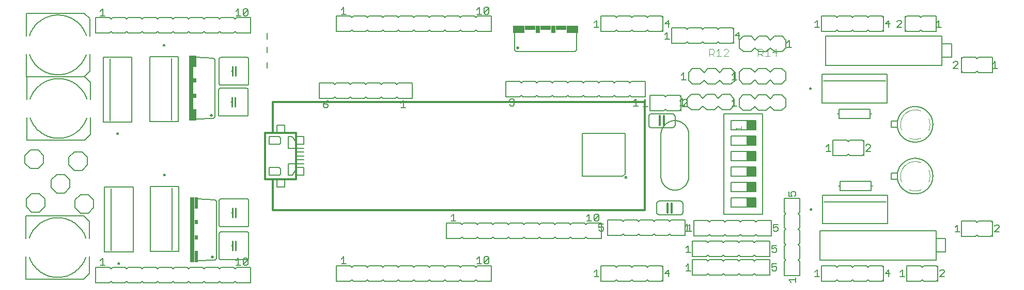
<source format=gto>
G75*
%MOIN*%
%OFA0B0*%
%FSLAX25Y25*%
%IPPOS*%
%LPD*%
%AMOC8*
5,1,8,0,0,1.08239X$1,22.5*
%
%ADD10C,0.00600*%
%ADD11C,0.01000*%
%ADD12C,0.01200*%
%ADD13C,0.02000*%
%ADD14R,0.03000X0.42000*%
%ADD15R,0.02000X0.07500*%
%ADD16R,0.02000X0.03000*%
%ADD17R,0.06000X0.06000*%
%ADD18C,0.00300*%
%ADD19C,0.00500*%
%ADD20C,0.00800*%
%ADD21C,0.00700*%
%ADD22R,0.07500X0.05000*%
%ADD23R,0.07000X0.03000*%
%ADD24R,0.03000X0.05000*%
%ADD25C,0.00200*%
%ADD26C,0.00400*%
D10*
X0167557Y0125823D02*
X0176557Y0125823D01*
X0177557Y0126823D01*
X0178557Y0125823D01*
X0186557Y0125823D01*
X0187557Y0126823D01*
X0188557Y0125823D01*
X0196557Y0125823D01*
X0197557Y0126823D01*
X0198557Y0125823D01*
X0206557Y0125823D01*
X0207557Y0126823D01*
X0208557Y0125823D01*
X0216557Y0125823D01*
X0217557Y0126823D01*
X0218557Y0125823D01*
X0226557Y0125823D01*
X0227557Y0126823D01*
X0228557Y0125823D01*
X0236557Y0125823D01*
X0237557Y0126823D01*
X0238557Y0125823D01*
X0246557Y0125823D01*
X0247557Y0126823D01*
X0248557Y0125823D01*
X0256557Y0125823D01*
X0257557Y0126823D01*
X0258557Y0125823D01*
X0267557Y0125823D01*
X0267557Y0135823D01*
X0258557Y0135823D01*
X0257557Y0134823D01*
X0256557Y0135823D01*
X0248557Y0135823D01*
X0247557Y0134823D01*
X0246557Y0135823D01*
X0238557Y0135823D01*
X0237557Y0134823D01*
X0236557Y0135823D01*
X0228557Y0135823D01*
X0227557Y0134823D01*
X0226557Y0135823D01*
X0218557Y0135823D01*
X0217557Y0134823D01*
X0216557Y0135823D01*
X0208557Y0135823D01*
X0207557Y0134823D01*
X0206557Y0135823D01*
X0198557Y0135823D01*
X0197557Y0134823D01*
X0196557Y0135823D01*
X0188557Y0135823D01*
X0187557Y0134823D01*
X0186557Y0135823D01*
X0178557Y0135823D01*
X0177557Y0134823D01*
X0176557Y0135823D01*
X0167557Y0135823D01*
X0167557Y0125823D01*
X0182675Y0137650D02*
X0182631Y0137652D01*
X0182588Y0137658D01*
X0182546Y0137667D01*
X0182504Y0137680D01*
X0182464Y0137697D01*
X0182425Y0137717D01*
X0182388Y0137740D01*
X0182354Y0137767D01*
X0182321Y0137796D01*
X0182292Y0137829D01*
X0182265Y0137863D01*
X0182242Y0137900D01*
X0182222Y0137939D01*
X0182205Y0137979D01*
X0182192Y0138021D01*
X0182183Y0138063D01*
X0182177Y0138106D01*
X0182175Y0138150D01*
X0182177Y0138194D01*
X0182183Y0138237D01*
X0182192Y0138279D01*
X0182205Y0138321D01*
X0182222Y0138361D01*
X0182242Y0138400D01*
X0182265Y0138437D01*
X0182292Y0138471D01*
X0182321Y0138504D01*
X0182354Y0138533D01*
X0182388Y0138560D01*
X0182425Y0138583D01*
X0182464Y0138603D01*
X0182504Y0138620D01*
X0182546Y0138633D01*
X0182588Y0138642D01*
X0182631Y0138648D01*
X0182675Y0138650D01*
X0182719Y0138648D01*
X0182762Y0138642D01*
X0182804Y0138633D01*
X0182846Y0138620D01*
X0182886Y0138603D01*
X0182925Y0138583D01*
X0182962Y0138560D01*
X0182996Y0138533D01*
X0183029Y0138504D01*
X0183058Y0138471D01*
X0183085Y0138437D01*
X0183108Y0138400D01*
X0183128Y0138361D01*
X0183145Y0138321D01*
X0183158Y0138279D01*
X0183167Y0138237D01*
X0183173Y0138194D01*
X0183175Y0138150D01*
X0183173Y0138106D01*
X0183167Y0138063D01*
X0183158Y0138021D01*
X0183145Y0137979D01*
X0183128Y0137939D01*
X0183108Y0137900D01*
X0183085Y0137863D01*
X0183058Y0137829D01*
X0183029Y0137796D01*
X0182996Y0137767D01*
X0182962Y0137740D01*
X0182925Y0137717D01*
X0182886Y0137697D01*
X0182846Y0137680D01*
X0182804Y0137667D01*
X0182762Y0137658D01*
X0182719Y0137652D01*
X0182675Y0137650D01*
X0173475Y0145650D02*
X0191875Y0145650D01*
X0191875Y0187650D01*
X0173475Y0187650D01*
X0173475Y0145650D01*
X0202885Y0146043D02*
X0221285Y0146043D01*
X0221285Y0188043D01*
X0202885Y0188043D01*
X0202885Y0146043D01*
X0233081Y0139988D02*
X0244581Y0140488D01*
X0245581Y0141488D01*
X0245581Y0178488D01*
X0244581Y0179488D01*
X0233081Y0179988D01*
X0247467Y0179020D02*
X0247467Y0163020D01*
X0247469Y0162960D01*
X0247474Y0162899D01*
X0247483Y0162840D01*
X0247496Y0162781D01*
X0247512Y0162722D01*
X0247532Y0162665D01*
X0247555Y0162610D01*
X0247582Y0162555D01*
X0247611Y0162503D01*
X0247644Y0162452D01*
X0247680Y0162403D01*
X0247718Y0162357D01*
X0247760Y0162313D01*
X0247804Y0162271D01*
X0247850Y0162233D01*
X0247899Y0162197D01*
X0247950Y0162164D01*
X0248002Y0162135D01*
X0248057Y0162108D01*
X0248112Y0162085D01*
X0248169Y0162065D01*
X0248228Y0162049D01*
X0248287Y0162036D01*
X0248346Y0162027D01*
X0248407Y0162022D01*
X0248467Y0162020D01*
X0265467Y0162020D01*
X0265527Y0162022D01*
X0265588Y0162027D01*
X0265647Y0162036D01*
X0265706Y0162049D01*
X0265765Y0162065D01*
X0265822Y0162085D01*
X0265877Y0162108D01*
X0265932Y0162135D01*
X0265984Y0162164D01*
X0266035Y0162197D01*
X0266084Y0162233D01*
X0266130Y0162271D01*
X0266174Y0162313D01*
X0266216Y0162357D01*
X0266254Y0162403D01*
X0266290Y0162452D01*
X0266323Y0162503D01*
X0266352Y0162555D01*
X0266379Y0162610D01*
X0266402Y0162665D01*
X0266422Y0162722D01*
X0266438Y0162781D01*
X0266451Y0162840D01*
X0266460Y0162899D01*
X0266465Y0162960D01*
X0266467Y0163020D01*
X0266467Y0179020D01*
X0266465Y0179080D01*
X0266460Y0179141D01*
X0266451Y0179200D01*
X0266438Y0179259D01*
X0266422Y0179318D01*
X0266402Y0179375D01*
X0266379Y0179430D01*
X0266352Y0179485D01*
X0266323Y0179537D01*
X0266290Y0179588D01*
X0266254Y0179637D01*
X0266216Y0179683D01*
X0266174Y0179727D01*
X0266130Y0179769D01*
X0266084Y0179807D01*
X0266035Y0179843D01*
X0265984Y0179876D01*
X0265932Y0179905D01*
X0265877Y0179932D01*
X0265822Y0179955D01*
X0265765Y0179975D01*
X0265706Y0179991D01*
X0265647Y0180004D01*
X0265588Y0180013D01*
X0265527Y0180018D01*
X0265467Y0180020D01*
X0248467Y0180020D01*
X0248407Y0180018D01*
X0248346Y0180013D01*
X0248287Y0180004D01*
X0248228Y0179991D01*
X0248169Y0179975D01*
X0248112Y0179955D01*
X0248057Y0179932D01*
X0248002Y0179905D01*
X0247950Y0179876D01*
X0247899Y0179843D01*
X0247850Y0179807D01*
X0247804Y0179769D01*
X0247760Y0179727D01*
X0247718Y0179683D01*
X0247680Y0179637D01*
X0247644Y0179588D01*
X0247611Y0179537D01*
X0247582Y0179485D01*
X0247555Y0179430D01*
X0247532Y0179375D01*
X0247512Y0179318D01*
X0247496Y0179259D01*
X0247483Y0179200D01*
X0247474Y0179141D01*
X0247469Y0179080D01*
X0247467Y0179020D01*
X0255467Y0171020D02*
X0255967Y0171020D01*
X0257967Y0171020D02*
X0258467Y0171020D01*
X0265467Y0158681D02*
X0248467Y0158681D01*
X0248407Y0158679D01*
X0248346Y0158674D01*
X0248287Y0158665D01*
X0248228Y0158652D01*
X0248169Y0158636D01*
X0248112Y0158616D01*
X0248057Y0158593D01*
X0248002Y0158566D01*
X0247950Y0158537D01*
X0247899Y0158504D01*
X0247850Y0158468D01*
X0247804Y0158430D01*
X0247760Y0158388D01*
X0247718Y0158344D01*
X0247680Y0158298D01*
X0247644Y0158249D01*
X0247611Y0158198D01*
X0247582Y0158146D01*
X0247555Y0158091D01*
X0247532Y0158036D01*
X0247512Y0157979D01*
X0247496Y0157920D01*
X0247483Y0157861D01*
X0247474Y0157802D01*
X0247469Y0157741D01*
X0247467Y0157681D01*
X0247467Y0141681D01*
X0247469Y0141621D01*
X0247474Y0141560D01*
X0247483Y0141501D01*
X0247496Y0141442D01*
X0247512Y0141383D01*
X0247532Y0141326D01*
X0247555Y0141271D01*
X0247582Y0141216D01*
X0247611Y0141164D01*
X0247644Y0141113D01*
X0247680Y0141064D01*
X0247718Y0141018D01*
X0247760Y0140974D01*
X0247804Y0140932D01*
X0247850Y0140894D01*
X0247899Y0140858D01*
X0247950Y0140825D01*
X0248002Y0140796D01*
X0248057Y0140769D01*
X0248112Y0140746D01*
X0248169Y0140726D01*
X0248228Y0140710D01*
X0248287Y0140697D01*
X0248346Y0140688D01*
X0248407Y0140683D01*
X0248467Y0140681D01*
X0265467Y0140681D01*
X0265527Y0140683D01*
X0265588Y0140688D01*
X0265647Y0140697D01*
X0265706Y0140710D01*
X0265765Y0140726D01*
X0265822Y0140746D01*
X0265877Y0140769D01*
X0265932Y0140796D01*
X0265984Y0140825D01*
X0266035Y0140858D01*
X0266084Y0140894D01*
X0266130Y0140932D01*
X0266174Y0140974D01*
X0266216Y0141018D01*
X0266254Y0141064D01*
X0266290Y0141113D01*
X0266323Y0141164D01*
X0266352Y0141216D01*
X0266379Y0141271D01*
X0266402Y0141326D01*
X0266422Y0141383D01*
X0266438Y0141442D01*
X0266451Y0141501D01*
X0266460Y0141560D01*
X0266465Y0141621D01*
X0266467Y0141681D01*
X0266467Y0157681D01*
X0266465Y0157741D01*
X0266460Y0157802D01*
X0266451Y0157861D01*
X0266438Y0157920D01*
X0266422Y0157979D01*
X0266402Y0158036D01*
X0266379Y0158091D01*
X0266352Y0158146D01*
X0266323Y0158198D01*
X0266290Y0158249D01*
X0266254Y0158298D01*
X0266216Y0158344D01*
X0266174Y0158388D01*
X0266130Y0158430D01*
X0266084Y0158468D01*
X0266035Y0158504D01*
X0265984Y0158537D01*
X0265932Y0158566D01*
X0265877Y0158593D01*
X0265822Y0158616D01*
X0265765Y0158636D01*
X0265706Y0158652D01*
X0265647Y0158665D01*
X0265588Y0158674D01*
X0265527Y0158679D01*
X0265467Y0158681D01*
X0258467Y0149681D02*
X0257967Y0149681D01*
X0255967Y0149681D02*
X0255467Y0149681D01*
X0323069Y0136807D02*
X0323069Y0126807D01*
X0332069Y0126807D01*
X0333069Y0127807D01*
X0334069Y0126807D01*
X0342069Y0126807D01*
X0343069Y0127807D01*
X0344069Y0126807D01*
X0352069Y0126807D01*
X0353069Y0127807D01*
X0354069Y0126807D01*
X0362069Y0126807D01*
X0363069Y0127807D01*
X0364069Y0126807D01*
X0372069Y0126807D01*
X0373069Y0127807D01*
X0374069Y0126807D01*
X0382069Y0126807D01*
X0383069Y0127807D01*
X0384069Y0126807D01*
X0392069Y0126807D01*
X0393069Y0127807D01*
X0394069Y0126807D01*
X0402069Y0126807D01*
X0403069Y0127807D01*
X0404069Y0126807D01*
X0412069Y0126807D01*
X0413069Y0127807D01*
X0414069Y0126807D01*
X0423069Y0126807D01*
X0423069Y0136807D01*
X0414069Y0136807D01*
X0413069Y0135807D01*
X0412069Y0136807D01*
X0404069Y0136807D01*
X0403069Y0135807D01*
X0402069Y0136807D01*
X0394069Y0136807D01*
X0393069Y0135807D01*
X0392069Y0136807D01*
X0384069Y0136807D01*
X0383069Y0135807D01*
X0382069Y0136807D01*
X0374069Y0136807D01*
X0373069Y0135807D01*
X0372069Y0136807D01*
X0364069Y0136807D01*
X0363069Y0135807D01*
X0362069Y0136807D01*
X0354069Y0136807D01*
X0353069Y0135807D01*
X0352069Y0136807D01*
X0344069Y0136807D01*
X0343069Y0135807D01*
X0342069Y0136807D01*
X0334069Y0136807D01*
X0333069Y0135807D01*
X0332069Y0136807D01*
X0323069Y0136807D01*
X0393935Y0154366D02*
X0402935Y0154366D01*
X0403935Y0155366D01*
X0404935Y0154366D01*
X0412935Y0154366D01*
X0413935Y0155366D01*
X0414935Y0154366D01*
X0422935Y0154366D01*
X0423935Y0155366D01*
X0424935Y0154366D01*
X0432935Y0154366D01*
X0433935Y0155366D01*
X0434935Y0154366D01*
X0442935Y0154366D01*
X0443935Y0155366D01*
X0444935Y0154366D01*
X0452935Y0154366D01*
X0453935Y0155366D01*
X0454935Y0154366D01*
X0462935Y0154366D01*
X0463935Y0155366D01*
X0464935Y0154366D01*
X0472935Y0154366D01*
X0473935Y0155366D01*
X0474935Y0154366D01*
X0482935Y0154366D01*
X0483935Y0155366D01*
X0484935Y0154366D01*
X0493935Y0154366D01*
X0493935Y0164366D01*
X0484935Y0164366D01*
X0483935Y0163366D01*
X0482935Y0164366D01*
X0474935Y0164366D01*
X0473935Y0163366D01*
X0472935Y0164366D01*
X0464935Y0164366D01*
X0463935Y0163366D01*
X0462935Y0164366D01*
X0454935Y0164366D01*
X0453935Y0163366D01*
X0452935Y0164366D01*
X0444935Y0164366D01*
X0443935Y0163366D01*
X0442935Y0164366D01*
X0434935Y0164366D01*
X0433935Y0163366D01*
X0432935Y0164366D01*
X0424935Y0164366D01*
X0423935Y0163366D01*
X0422935Y0164366D01*
X0414935Y0164366D01*
X0413935Y0163366D01*
X0412935Y0164366D01*
X0404935Y0164366D01*
X0403935Y0163366D01*
X0402935Y0164366D01*
X0393935Y0164366D01*
X0393935Y0154366D01*
X0493738Y0136807D02*
X0493738Y0126807D01*
X0502738Y0126807D01*
X0503738Y0127807D01*
X0504738Y0126807D01*
X0512738Y0126807D01*
X0513738Y0127807D01*
X0514738Y0126807D01*
X0522738Y0126807D01*
X0523738Y0127807D01*
X0524738Y0126807D01*
X0532738Y0126807D01*
X0533738Y0127807D01*
X0533738Y0135807D02*
X0532738Y0136807D01*
X0524738Y0136807D01*
X0523738Y0135807D01*
X0522738Y0136807D01*
X0514738Y0136807D01*
X0513738Y0135807D01*
X0512738Y0136807D01*
X0504738Y0136807D01*
X0503738Y0135807D01*
X0502738Y0136807D01*
X0493738Y0136807D01*
X0497872Y0156390D02*
X0506872Y0156390D01*
X0507872Y0157390D01*
X0508872Y0156390D01*
X0516872Y0156390D01*
X0517872Y0157390D01*
X0518872Y0156390D01*
X0526872Y0156390D01*
X0527872Y0157390D01*
X0528872Y0156390D01*
X0536872Y0156390D01*
X0537872Y0157390D01*
X0538872Y0156390D01*
X0547872Y0156390D01*
X0547872Y0166390D01*
X0538872Y0166390D01*
X0537872Y0165390D01*
X0536872Y0166390D01*
X0528872Y0166390D01*
X0527872Y0165390D01*
X0526872Y0166390D01*
X0518872Y0166390D01*
X0517872Y0165390D01*
X0516872Y0166390D01*
X0508872Y0166390D01*
X0507872Y0165390D01*
X0506872Y0166390D01*
X0497872Y0166390D01*
X0497872Y0156390D01*
X0529648Y0171709D02*
X0529648Y0176709D01*
X0529650Y0176796D01*
X0529656Y0176883D01*
X0529665Y0176970D01*
X0529678Y0177056D01*
X0529695Y0177142D01*
X0529716Y0177227D01*
X0529741Y0177310D01*
X0529769Y0177393D01*
X0529800Y0177474D01*
X0529835Y0177554D01*
X0529874Y0177632D01*
X0529916Y0177709D01*
X0529961Y0177784D01*
X0530010Y0177856D01*
X0530061Y0177927D01*
X0530116Y0177995D01*
X0530173Y0178060D01*
X0530234Y0178123D01*
X0530297Y0178184D01*
X0530362Y0178241D01*
X0530430Y0178296D01*
X0530501Y0178347D01*
X0530573Y0178396D01*
X0530648Y0178441D01*
X0530725Y0178483D01*
X0530803Y0178522D01*
X0530883Y0178557D01*
X0530964Y0178588D01*
X0531047Y0178616D01*
X0531130Y0178641D01*
X0531215Y0178662D01*
X0531301Y0178679D01*
X0531387Y0178692D01*
X0531474Y0178701D01*
X0531561Y0178707D01*
X0531648Y0178709D01*
X0544648Y0178709D01*
X0544735Y0178707D01*
X0544822Y0178701D01*
X0544909Y0178692D01*
X0544995Y0178679D01*
X0545081Y0178662D01*
X0545166Y0178641D01*
X0545249Y0178616D01*
X0545332Y0178588D01*
X0545413Y0178557D01*
X0545493Y0178522D01*
X0545571Y0178483D01*
X0545648Y0178441D01*
X0545723Y0178396D01*
X0545795Y0178347D01*
X0545866Y0178296D01*
X0545934Y0178241D01*
X0545999Y0178184D01*
X0546062Y0178123D01*
X0546123Y0178060D01*
X0546180Y0177995D01*
X0546235Y0177927D01*
X0546286Y0177856D01*
X0546335Y0177784D01*
X0546380Y0177709D01*
X0546422Y0177632D01*
X0546461Y0177554D01*
X0546496Y0177474D01*
X0546527Y0177393D01*
X0546555Y0177310D01*
X0546580Y0177227D01*
X0546601Y0177142D01*
X0546618Y0177056D01*
X0546631Y0176970D01*
X0546640Y0176883D01*
X0546646Y0176796D01*
X0546648Y0176709D01*
X0546648Y0171709D01*
X0546646Y0171622D01*
X0546640Y0171535D01*
X0546631Y0171448D01*
X0546618Y0171362D01*
X0546601Y0171276D01*
X0546580Y0171191D01*
X0546555Y0171108D01*
X0546527Y0171025D01*
X0546496Y0170944D01*
X0546461Y0170864D01*
X0546422Y0170786D01*
X0546380Y0170709D01*
X0546335Y0170634D01*
X0546286Y0170562D01*
X0546235Y0170491D01*
X0546180Y0170423D01*
X0546123Y0170358D01*
X0546062Y0170295D01*
X0545999Y0170234D01*
X0545934Y0170177D01*
X0545866Y0170122D01*
X0545795Y0170071D01*
X0545723Y0170022D01*
X0545648Y0169977D01*
X0545571Y0169935D01*
X0545493Y0169896D01*
X0545413Y0169861D01*
X0545332Y0169830D01*
X0545249Y0169802D01*
X0545166Y0169777D01*
X0545081Y0169756D01*
X0544995Y0169739D01*
X0544909Y0169726D01*
X0544822Y0169717D01*
X0544735Y0169711D01*
X0544648Y0169709D01*
X0531648Y0169709D01*
X0531561Y0169711D01*
X0531474Y0169717D01*
X0531387Y0169726D01*
X0531301Y0169739D01*
X0531215Y0169756D01*
X0531130Y0169777D01*
X0531047Y0169802D01*
X0530964Y0169830D01*
X0530883Y0169861D01*
X0530803Y0169896D01*
X0530725Y0169935D01*
X0530648Y0169977D01*
X0530573Y0170022D01*
X0530501Y0170071D01*
X0530430Y0170122D01*
X0530362Y0170177D01*
X0530297Y0170234D01*
X0530234Y0170295D01*
X0530173Y0170358D01*
X0530116Y0170423D01*
X0530061Y0170491D01*
X0530010Y0170562D01*
X0529961Y0170634D01*
X0529916Y0170709D01*
X0529874Y0170786D01*
X0529835Y0170864D01*
X0529800Y0170944D01*
X0529769Y0171025D01*
X0529741Y0171108D01*
X0529716Y0171191D01*
X0529695Y0171276D01*
X0529678Y0171362D01*
X0529665Y0171448D01*
X0529656Y0171535D01*
X0529650Y0171622D01*
X0529648Y0171709D01*
X0553667Y0166138D02*
X0562667Y0166138D01*
X0563667Y0165138D01*
X0564667Y0166138D01*
X0572667Y0166138D01*
X0573667Y0165138D01*
X0574667Y0166138D01*
X0582667Y0166138D01*
X0583667Y0165138D01*
X0584667Y0166138D01*
X0592667Y0166138D01*
X0593667Y0165138D01*
X0594667Y0166138D01*
X0603667Y0166138D01*
X0603667Y0156138D01*
X0594667Y0156138D01*
X0593667Y0157138D01*
X0592667Y0156138D01*
X0584667Y0156138D01*
X0583667Y0157138D01*
X0582667Y0156138D01*
X0574667Y0156138D01*
X0573667Y0157138D01*
X0572667Y0156138D01*
X0564667Y0156138D01*
X0563667Y0157138D01*
X0562667Y0156138D01*
X0553667Y0156138D01*
X0553667Y0166138D01*
X0572989Y0170134D02*
X0598189Y0170134D01*
X0598189Y0235134D01*
X0572989Y0235134D01*
X0572989Y0170134D01*
X0577589Y0174634D02*
X0593589Y0174634D01*
X0593589Y0180634D01*
X0577589Y0180634D01*
X0577589Y0174634D01*
X0577589Y0184634D02*
X0593589Y0184634D01*
X0593589Y0190634D01*
X0577589Y0190634D01*
X0577589Y0184634D01*
X0577589Y0194634D02*
X0593589Y0194634D01*
X0593589Y0200634D01*
X0577589Y0200634D01*
X0577589Y0194634D01*
X0577589Y0204634D02*
X0593589Y0204634D01*
X0593589Y0210634D01*
X0577589Y0210634D01*
X0577589Y0204634D01*
X0577589Y0214634D02*
X0593589Y0214634D01*
X0593589Y0220634D01*
X0577589Y0220634D01*
X0577589Y0214634D01*
X0577589Y0224634D02*
X0593589Y0224634D01*
X0593589Y0230634D01*
X0577589Y0230634D01*
X0577589Y0224634D01*
X0577010Y0237681D02*
X0572010Y0237681D01*
X0569510Y0240181D01*
X0567010Y0237681D01*
X0562010Y0237681D01*
X0559510Y0240181D01*
X0557010Y0237681D01*
X0552010Y0237681D01*
X0549510Y0240181D01*
X0549510Y0245181D01*
X0552010Y0247681D01*
X0557010Y0247681D01*
X0559510Y0245181D01*
X0562010Y0247681D01*
X0567010Y0247681D01*
X0569510Y0245181D01*
X0572010Y0247681D01*
X0577010Y0247681D01*
X0579510Y0245181D01*
X0579510Y0240181D01*
X0577010Y0237681D01*
X0582974Y0239866D02*
X0585474Y0237366D01*
X0590474Y0237366D01*
X0592974Y0239866D01*
X0595474Y0237366D01*
X0600474Y0237366D01*
X0602974Y0239866D01*
X0605474Y0237366D01*
X0610474Y0237366D01*
X0612974Y0239866D01*
X0612974Y0244866D01*
X0610474Y0247366D01*
X0605474Y0247366D01*
X0602974Y0244866D01*
X0600474Y0247366D01*
X0595474Y0247366D01*
X0592974Y0244866D01*
X0590474Y0247366D01*
X0585474Y0247366D01*
X0582974Y0244866D01*
X0582974Y0239866D01*
X0585474Y0254453D02*
X0590474Y0254453D01*
X0592974Y0256953D01*
X0595474Y0254453D01*
X0600474Y0254453D01*
X0602974Y0256953D01*
X0605474Y0254453D01*
X0610474Y0254453D01*
X0612974Y0256953D01*
X0612974Y0261953D01*
X0610474Y0264453D01*
X0605474Y0264453D01*
X0602974Y0261953D01*
X0600474Y0264453D01*
X0595474Y0264453D01*
X0592974Y0261953D01*
X0590474Y0264453D01*
X0585474Y0264453D01*
X0582974Y0261953D01*
X0582974Y0256953D01*
X0585474Y0254453D01*
X0580297Y0256874D02*
X0580297Y0261874D01*
X0577797Y0264374D01*
X0572797Y0264374D01*
X0570297Y0261874D01*
X0567797Y0264374D01*
X0562797Y0264374D01*
X0560297Y0261874D01*
X0557797Y0264374D01*
X0552797Y0264374D01*
X0550297Y0261874D01*
X0550297Y0256874D01*
X0552797Y0254374D01*
X0557797Y0254374D01*
X0560297Y0256874D01*
X0562797Y0254374D01*
X0567797Y0254374D01*
X0570297Y0256874D01*
X0572797Y0254374D01*
X0577797Y0254374D01*
X0580297Y0256874D01*
X0585600Y0275335D02*
X0583100Y0277835D01*
X0583100Y0282835D01*
X0585600Y0285335D01*
X0590600Y0285335D01*
X0593100Y0282835D01*
X0595600Y0285335D01*
X0600600Y0285335D01*
X0603100Y0282835D01*
X0605600Y0285335D01*
X0610600Y0285335D01*
X0613100Y0282835D01*
X0613100Y0277835D01*
X0610600Y0275335D01*
X0605600Y0275335D01*
X0603100Y0277835D01*
X0600600Y0275335D01*
X0595600Y0275335D01*
X0593100Y0277835D01*
X0590600Y0275335D01*
X0585600Y0275335D01*
X0579211Y0281610D02*
X0578211Y0280610D01*
X0570211Y0280610D01*
X0569211Y0281610D01*
X0568211Y0280610D01*
X0560211Y0280610D01*
X0559211Y0281610D01*
X0558211Y0280610D01*
X0550211Y0280610D01*
X0549211Y0281610D01*
X0548211Y0280610D01*
X0539211Y0280610D01*
X0539211Y0290610D01*
X0548211Y0290610D01*
X0549211Y0289610D01*
X0550211Y0290610D01*
X0558211Y0290610D01*
X0559211Y0289610D01*
X0560211Y0290610D01*
X0568211Y0290610D01*
X0569211Y0289610D01*
X0570211Y0290610D01*
X0578211Y0290610D01*
X0579211Y0289610D01*
X0533738Y0289224D02*
X0532738Y0288224D01*
X0524738Y0288224D01*
X0523738Y0289224D01*
X0522738Y0288224D01*
X0514738Y0288224D01*
X0513738Y0289224D01*
X0512738Y0288224D01*
X0504738Y0288224D01*
X0503738Y0289224D01*
X0502738Y0288224D01*
X0493738Y0288224D01*
X0493738Y0298224D01*
X0502738Y0298224D01*
X0503738Y0297224D01*
X0504738Y0298224D01*
X0512738Y0298224D01*
X0513738Y0297224D01*
X0514738Y0298224D01*
X0522738Y0298224D01*
X0523738Y0297224D01*
X0524738Y0298224D01*
X0532738Y0298224D01*
X0533738Y0297224D01*
X0522203Y0255902D02*
X0513203Y0255902D01*
X0512203Y0254902D01*
X0511203Y0255902D01*
X0503203Y0255902D01*
X0502203Y0254902D01*
X0501203Y0255902D01*
X0493203Y0255902D01*
X0492203Y0254902D01*
X0491203Y0255902D01*
X0483203Y0255902D01*
X0482203Y0254902D01*
X0481203Y0255902D01*
X0473203Y0255902D01*
X0472203Y0254902D01*
X0471203Y0255902D01*
X0463203Y0255902D01*
X0462203Y0254902D01*
X0461203Y0255902D01*
X0453203Y0255902D01*
X0452203Y0254902D01*
X0451203Y0255902D01*
X0443203Y0255902D01*
X0442203Y0254902D01*
X0441203Y0255902D01*
X0432203Y0255902D01*
X0432203Y0245902D01*
X0441203Y0245902D01*
X0442203Y0246902D01*
X0443203Y0245902D01*
X0451203Y0245902D01*
X0452203Y0246902D01*
X0453203Y0245902D01*
X0461203Y0245902D01*
X0462203Y0246902D01*
X0463203Y0245902D01*
X0471203Y0245902D01*
X0472203Y0246902D01*
X0473203Y0245902D01*
X0481203Y0245902D01*
X0482203Y0246902D01*
X0483203Y0245902D01*
X0491203Y0245902D01*
X0492203Y0246902D01*
X0493203Y0245902D01*
X0501203Y0245902D01*
X0502203Y0246902D01*
X0503203Y0245902D01*
X0511203Y0245902D01*
X0512203Y0246902D01*
X0513203Y0245902D01*
X0522203Y0245902D01*
X0522203Y0255902D01*
X0525234Y0247043D02*
X0534234Y0247043D01*
X0535234Y0246043D01*
X0536234Y0247043D01*
X0544234Y0247043D01*
X0545234Y0246043D01*
X0545234Y0238043D02*
X0544234Y0237043D01*
X0536234Y0237043D01*
X0535234Y0238043D01*
X0534234Y0237043D01*
X0525234Y0237043D01*
X0525234Y0247043D01*
X0526589Y0235165D02*
X0539589Y0235165D01*
X0539676Y0235163D01*
X0539763Y0235157D01*
X0539850Y0235148D01*
X0539936Y0235135D01*
X0540022Y0235118D01*
X0540107Y0235097D01*
X0540190Y0235072D01*
X0540273Y0235044D01*
X0540354Y0235013D01*
X0540434Y0234978D01*
X0540512Y0234939D01*
X0540589Y0234897D01*
X0540664Y0234852D01*
X0540736Y0234803D01*
X0540807Y0234752D01*
X0540875Y0234697D01*
X0540940Y0234640D01*
X0541003Y0234579D01*
X0541064Y0234516D01*
X0541121Y0234451D01*
X0541176Y0234383D01*
X0541227Y0234312D01*
X0541276Y0234240D01*
X0541321Y0234165D01*
X0541363Y0234088D01*
X0541402Y0234010D01*
X0541437Y0233930D01*
X0541468Y0233849D01*
X0541496Y0233766D01*
X0541521Y0233683D01*
X0541542Y0233598D01*
X0541559Y0233512D01*
X0541572Y0233426D01*
X0541581Y0233339D01*
X0541587Y0233252D01*
X0541589Y0233165D01*
X0541589Y0228165D01*
X0541587Y0228078D01*
X0541581Y0227991D01*
X0541572Y0227904D01*
X0541559Y0227818D01*
X0541542Y0227732D01*
X0541521Y0227647D01*
X0541496Y0227564D01*
X0541468Y0227481D01*
X0541437Y0227400D01*
X0541402Y0227320D01*
X0541363Y0227242D01*
X0541321Y0227165D01*
X0541276Y0227090D01*
X0541227Y0227018D01*
X0541176Y0226947D01*
X0541121Y0226879D01*
X0541064Y0226814D01*
X0541003Y0226751D01*
X0540940Y0226690D01*
X0540875Y0226633D01*
X0540807Y0226578D01*
X0540736Y0226527D01*
X0540664Y0226478D01*
X0540589Y0226433D01*
X0540512Y0226391D01*
X0540434Y0226352D01*
X0540354Y0226317D01*
X0540273Y0226286D01*
X0540190Y0226258D01*
X0540107Y0226233D01*
X0540022Y0226212D01*
X0539936Y0226195D01*
X0539850Y0226182D01*
X0539763Y0226173D01*
X0539676Y0226167D01*
X0539589Y0226165D01*
X0526589Y0226165D01*
X0526502Y0226167D01*
X0526415Y0226173D01*
X0526328Y0226182D01*
X0526242Y0226195D01*
X0526156Y0226212D01*
X0526071Y0226233D01*
X0525988Y0226258D01*
X0525905Y0226286D01*
X0525824Y0226317D01*
X0525744Y0226352D01*
X0525666Y0226391D01*
X0525589Y0226433D01*
X0525514Y0226478D01*
X0525442Y0226527D01*
X0525371Y0226578D01*
X0525303Y0226633D01*
X0525238Y0226690D01*
X0525175Y0226751D01*
X0525114Y0226814D01*
X0525057Y0226879D01*
X0525002Y0226947D01*
X0524951Y0227018D01*
X0524902Y0227090D01*
X0524857Y0227165D01*
X0524815Y0227242D01*
X0524776Y0227320D01*
X0524741Y0227400D01*
X0524710Y0227481D01*
X0524682Y0227564D01*
X0524657Y0227647D01*
X0524636Y0227732D01*
X0524619Y0227818D01*
X0524606Y0227904D01*
X0524597Y0227991D01*
X0524591Y0228078D01*
X0524589Y0228165D01*
X0524589Y0233165D01*
X0524591Y0233252D01*
X0524597Y0233339D01*
X0524606Y0233426D01*
X0524619Y0233512D01*
X0524636Y0233598D01*
X0524657Y0233683D01*
X0524682Y0233766D01*
X0524710Y0233849D01*
X0524741Y0233930D01*
X0524776Y0234010D01*
X0524815Y0234088D01*
X0524857Y0234165D01*
X0524902Y0234240D01*
X0524951Y0234312D01*
X0525002Y0234383D01*
X0525057Y0234451D01*
X0525114Y0234516D01*
X0525175Y0234579D01*
X0525238Y0234640D01*
X0525303Y0234697D01*
X0525371Y0234752D01*
X0525442Y0234803D01*
X0525514Y0234852D01*
X0525589Y0234897D01*
X0525666Y0234939D01*
X0525744Y0234978D01*
X0525824Y0235013D01*
X0525905Y0235044D01*
X0525988Y0235072D01*
X0526071Y0235097D01*
X0526156Y0235118D01*
X0526242Y0235135D01*
X0526328Y0235148D01*
X0526415Y0235157D01*
X0526502Y0235163D01*
X0526589Y0235165D01*
X0628360Y0251394D02*
X0628362Y0251438D01*
X0628368Y0251481D01*
X0628377Y0251523D01*
X0628390Y0251565D01*
X0628407Y0251605D01*
X0628427Y0251644D01*
X0628450Y0251681D01*
X0628477Y0251715D01*
X0628506Y0251748D01*
X0628539Y0251777D01*
X0628573Y0251804D01*
X0628610Y0251827D01*
X0628649Y0251847D01*
X0628689Y0251864D01*
X0628731Y0251877D01*
X0628773Y0251886D01*
X0628816Y0251892D01*
X0628860Y0251894D01*
X0628904Y0251892D01*
X0628947Y0251886D01*
X0628989Y0251877D01*
X0629031Y0251864D01*
X0629071Y0251847D01*
X0629110Y0251827D01*
X0629147Y0251804D01*
X0629181Y0251777D01*
X0629214Y0251748D01*
X0629243Y0251715D01*
X0629270Y0251681D01*
X0629293Y0251644D01*
X0629313Y0251605D01*
X0629330Y0251565D01*
X0629343Y0251523D01*
X0629352Y0251481D01*
X0629358Y0251438D01*
X0629360Y0251394D01*
X0629358Y0251350D01*
X0629352Y0251307D01*
X0629343Y0251265D01*
X0629330Y0251223D01*
X0629313Y0251183D01*
X0629293Y0251144D01*
X0629270Y0251107D01*
X0629243Y0251073D01*
X0629214Y0251040D01*
X0629181Y0251011D01*
X0629147Y0250984D01*
X0629110Y0250961D01*
X0629071Y0250941D01*
X0629031Y0250924D01*
X0628989Y0250911D01*
X0628947Y0250902D01*
X0628904Y0250896D01*
X0628860Y0250894D01*
X0628816Y0250896D01*
X0628773Y0250902D01*
X0628731Y0250911D01*
X0628689Y0250924D01*
X0628649Y0250941D01*
X0628610Y0250961D01*
X0628573Y0250984D01*
X0628539Y0251011D01*
X0628506Y0251040D01*
X0628477Y0251073D01*
X0628450Y0251107D01*
X0628427Y0251144D01*
X0628407Y0251183D01*
X0628390Y0251223D01*
X0628377Y0251265D01*
X0628368Y0251307D01*
X0628362Y0251350D01*
X0628360Y0251394D01*
X0636360Y0260594D02*
X0636360Y0242194D01*
X0678360Y0242194D01*
X0678360Y0260594D01*
X0636360Y0260594D01*
X0635963Y0288224D02*
X0644963Y0288224D01*
X0645963Y0289224D01*
X0646963Y0288224D01*
X0654963Y0288224D01*
X0655963Y0289224D01*
X0656963Y0288224D01*
X0664963Y0288224D01*
X0665963Y0289224D01*
X0666963Y0288224D01*
X0674963Y0288224D01*
X0675963Y0289224D01*
X0675963Y0297224D02*
X0674963Y0298224D01*
X0666963Y0298224D01*
X0665963Y0297224D01*
X0664963Y0298224D01*
X0656963Y0298224D01*
X0655963Y0297224D01*
X0654963Y0298224D01*
X0646963Y0298224D01*
X0645963Y0297224D01*
X0644963Y0298224D01*
X0635963Y0298224D01*
X0635963Y0288224D01*
X0690077Y0289224D02*
X0691077Y0288224D01*
X0699077Y0288224D01*
X0700077Y0289224D01*
X0701077Y0288224D01*
X0710077Y0288224D01*
X0710077Y0298224D01*
X0701077Y0298224D01*
X0700077Y0297224D01*
X0699077Y0298224D01*
X0691077Y0298224D01*
X0690077Y0297224D01*
X0726494Y0270650D02*
X0727494Y0271650D01*
X0735494Y0271650D01*
X0736494Y0270650D01*
X0737494Y0271650D01*
X0746494Y0271650D01*
X0746494Y0261650D01*
X0737494Y0261650D01*
X0736494Y0262650D01*
X0735494Y0261650D01*
X0727494Y0261650D01*
X0726494Y0262650D01*
X0663344Y0217008D02*
X0662344Y0218008D01*
X0654344Y0218008D01*
X0653344Y0217008D01*
X0652344Y0218008D01*
X0643344Y0218008D01*
X0643344Y0208008D01*
X0652344Y0208008D01*
X0653344Y0209008D01*
X0654344Y0208008D01*
X0662344Y0208008D01*
X0663344Y0209008D01*
X0678852Y0182346D02*
X0636852Y0182346D01*
X0636852Y0163946D01*
X0678852Y0163946D01*
X0678852Y0182346D01*
X0629852Y0173146D02*
X0629850Y0173190D01*
X0629844Y0173233D01*
X0629835Y0173275D01*
X0629822Y0173317D01*
X0629805Y0173357D01*
X0629785Y0173396D01*
X0629762Y0173433D01*
X0629735Y0173467D01*
X0629706Y0173500D01*
X0629673Y0173529D01*
X0629639Y0173556D01*
X0629602Y0173579D01*
X0629563Y0173599D01*
X0629523Y0173616D01*
X0629481Y0173629D01*
X0629439Y0173638D01*
X0629396Y0173644D01*
X0629352Y0173646D01*
X0629308Y0173644D01*
X0629265Y0173638D01*
X0629223Y0173629D01*
X0629181Y0173616D01*
X0629141Y0173599D01*
X0629102Y0173579D01*
X0629065Y0173556D01*
X0629031Y0173529D01*
X0628998Y0173500D01*
X0628969Y0173467D01*
X0628942Y0173433D01*
X0628919Y0173396D01*
X0628899Y0173357D01*
X0628882Y0173317D01*
X0628869Y0173275D01*
X0628860Y0173233D01*
X0628854Y0173190D01*
X0628852Y0173146D01*
X0628854Y0173102D01*
X0628860Y0173059D01*
X0628869Y0173017D01*
X0628882Y0172975D01*
X0628899Y0172935D01*
X0628919Y0172896D01*
X0628942Y0172859D01*
X0628969Y0172825D01*
X0628998Y0172792D01*
X0629031Y0172763D01*
X0629065Y0172736D01*
X0629102Y0172713D01*
X0629141Y0172693D01*
X0629181Y0172676D01*
X0629223Y0172663D01*
X0629265Y0172654D01*
X0629308Y0172648D01*
X0629352Y0172646D01*
X0629396Y0172648D01*
X0629439Y0172654D01*
X0629481Y0172663D01*
X0629523Y0172676D01*
X0629563Y0172693D01*
X0629602Y0172713D01*
X0629639Y0172736D01*
X0629673Y0172763D01*
X0629706Y0172792D01*
X0629735Y0172825D01*
X0629762Y0172859D01*
X0629785Y0172896D01*
X0629805Y0172935D01*
X0629822Y0172975D01*
X0629835Y0173017D01*
X0629844Y0173059D01*
X0629850Y0173102D01*
X0629852Y0173146D01*
X0622163Y0171429D02*
X0622163Y0180429D01*
X0612163Y0180429D01*
X0612163Y0171429D01*
X0613163Y0170429D01*
X0612163Y0169429D01*
X0612163Y0161429D01*
X0613163Y0160429D01*
X0612163Y0159429D01*
X0612163Y0151429D01*
X0613163Y0150429D01*
X0612163Y0149429D01*
X0612163Y0141429D01*
X0613163Y0140429D01*
X0612163Y0139429D01*
X0612163Y0130429D01*
X0622163Y0130429D01*
X0622163Y0139429D01*
X0621163Y0140429D01*
X0622163Y0141429D01*
X0622163Y0149429D01*
X0621163Y0150429D01*
X0622163Y0151429D01*
X0622163Y0159429D01*
X0621163Y0160429D01*
X0622163Y0161429D01*
X0622163Y0169429D01*
X0621163Y0170429D01*
X0622163Y0171429D01*
X0602793Y0152555D02*
X0593793Y0152555D01*
X0592793Y0151555D01*
X0591793Y0152555D01*
X0583793Y0152555D01*
X0582793Y0151555D01*
X0581793Y0152555D01*
X0573793Y0152555D01*
X0572793Y0151555D01*
X0571793Y0152555D01*
X0563793Y0152555D01*
X0562793Y0151555D01*
X0561793Y0152555D01*
X0552793Y0152555D01*
X0552793Y0142555D01*
X0561793Y0142555D01*
X0562793Y0143555D01*
X0563793Y0142555D01*
X0571793Y0142555D01*
X0572793Y0143555D01*
X0573793Y0142555D01*
X0581793Y0142555D01*
X0582793Y0143555D01*
X0583793Y0142555D01*
X0591793Y0142555D01*
X0592793Y0143555D01*
X0593793Y0142555D01*
X0602793Y0142555D01*
X0602793Y0152555D01*
X0602793Y0140744D02*
X0593793Y0140744D01*
X0592793Y0139744D01*
X0591793Y0140744D01*
X0583793Y0140744D01*
X0582793Y0139744D01*
X0581793Y0140744D01*
X0573793Y0140744D01*
X0572793Y0139744D01*
X0571793Y0140744D01*
X0563793Y0140744D01*
X0562793Y0139744D01*
X0561793Y0140744D01*
X0552793Y0140744D01*
X0552793Y0130744D01*
X0561793Y0130744D01*
X0562793Y0131744D01*
X0563793Y0130744D01*
X0571793Y0130744D01*
X0572793Y0131744D01*
X0573793Y0130744D01*
X0581793Y0130744D01*
X0582793Y0131744D01*
X0583793Y0130744D01*
X0591793Y0130744D01*
X0592793Y0131744D01*
X0593793Y0130744D01*
X0602793Y0130744D01*
X0602793Y0140744D01*
X0635963Y0136807D02*
X0635963Y0126807D01*
X0644963Y0126807D01*
X0645963Y0127807D01*
X0646963Y0126807D01*
X0654963Y0126807D01*
X0655963Y0127807D01*
X0656963Y0126807D01*
X0664963Y0126807D01*
X0665963Y0127807D01*
X0666963Y0126807D01*
X0674963Y0126807D01*
X0675963Y0127807D01*
X0675963Y0135807D02*
X0674963Y0136807D01*
X0666963Y0136807D01*
X0665963Y0135807D01*
X0664963Y0136807D01*
X0656963Y0136807D01*
X0655963Y0135807D01*
X0654963Y0136807D01*
X0646963Y0136807D01*
X0645963Y0135807D01*
X0644963Y0136807D01*
X0635963Y0136807D01*
X0691081Y0136807D02*
X0691081Y0126807D01*
X0700081Y0126807D01*
X0701081Y0127807D01*
X0702081Y0126807D01*
X0710081Y0126807D01*
X0711081Y0127807D01*
X0711081Y0135807D02*
X0710081Y0136807D01*
X0702081Y0136807D01*
X0701081Y0135807D01*
X0700081Y0136807D01*
X0691081Y0136807D01*
X0726514Y0155843D02*
X0735514Y0155843D01*
X0736514Y0156843D01*
X0737514Y0155843D01*
X0745514Y0155843D01*
X0746514Y0156843D01*
X0746514Y0164843D02*
X0745514Y0165843D01*
X0737514Y0165843D01*
X0736514Y0164843D01*
X0735514Y0165843D01*
X0726514Y0165843D01*
X0726514Y0155843D01*
X0423069Y0288224D02*
X0423069Y0298224D01*
X0414069Y0298224D01*
X0413069Y0297224D01*
X0412069Y0298224D01*
X0404069Y0298224D01*
X0403069Y0297224D01*
X0402069Y0298224D01*
X0394069Y0298224D01*
X0393069Y0297224D01*
X0392069Y0298224D01*
X0384069Y0298224D01*
X0383069Y0297224D01*
X0382069Y0298224D01*
X0374069Y0298224D01*
X0373069Y0297224D01*
X0372069Y0298224D01*
X0364069Y0298224D01*
X0363069Y0297224D01*
X0362069Y0298224D01*
X0354069Y0298224D01*
X0353069Y0297224D01*
X0352069Y0298224D01*
X0344069Y0298224D01*
X0343069Y0297224D01*
X0342069Y0298224D01*
X0334069Y0298224D01*
X0333069Y0297224D01*
X0332069Y0298224D01*
X0323069Y0298224D01*
X0323069Y0288224D01*
X0332069Y0288224D01*
X0333069Y0289224D01*
X0334069Y0288224D01*
X0342069Y0288224D01*
X0343069Y0289224D01*
X0344069Y0288224D01*
X0352069Y0288224D01*
X0353069Y0289224D01*
X0354069Y0288224D01*
X0362069Y0288224D01*
X0363069Y0289224D01*
X0364069Y0288224D01*
X0372069Y0288224D01*
X0373069Y0289224D01*
X0374069Y0288224D01*
X0382069Y0288224D01*
X0383069Y0289224D01*
X0384069Y0288224D01*
X0392069Y0288224D01*
X0393069Y0289224D01*
X0394069Y0288224D01*
X0402069Y0288224D01*
X0403069Y0289224D01*
X0404069Y0288224D01*
X0412069Y0288224D01*
X0413069Y0289224D01*
X0414069Y0288224D01*
X0423069Y0288224D01*
X0372065Y0254917D02*
X0363065Y0254917D01*
X0362065Y0253917D01*
X0361065Y0254917D01*
X0353065Y0254917D01*
X0352065Y0253917D01*
X0351065Y0254917D01*
X0343065Y0254917D01*
X0342065Y0253917D01*
X0341065Y0254917D01*
X0333065Y0254917D01*
X0332065Y0253917D01*
X0331065Y0254917D01*
X0323065Y0254917D01*
X0322065Y0253917D01*
X0321065Y0254917D01*
X0312065Y0254917D01*
X0312065Y0244917D01*
X0321065Y0244917D01*
X0322065Y0245917D01*
X0323065Y0244917D01*
X0331065Y0244917D01*
X0332065Y0245917D01*
X0333065Y0244917D01*
X0341065Y0244917D01*
X0342065Y0245917D01*
X0343065Y0244917D01*
X0351065Y0244917D01*
X0352065Y0245917D01*
X0353065Y0244917D01*
X0361065Y0244917D01*
X0362065Y0245917D01*
X0363065Y0244917D01*
X0372065Y0244917D01*
X0372065Y0254917D01*
X0266467Y0254594D02*
X0266467Y0270594D01*
X0266465Y0270654D01*
X0266460Y0270715D01*
X0266451Y0270774D01*
X0266438Y0270833D01*
X0266422Y0270892D01*
X0266402Y0270949D01*
X0266379Y0271004D01*
X0266352Y0271059D01*
X0266323Y0271111D01*
X0266290Y0271162D01*
X0266254Y0271211D01*
X0266216Y0271257D01*
X0266174Y0271301D01*
X0266130Y0271343D01*
X0266084Y0271381D01*
X0266035Y0271417D01*
X0265984Y0271450D01*
X0265932Y0271479D01*
X0265877Y0271506D01*
X0265822Y0271529D01*
X0265765Y0271549D01*
X0265706Y0271565D01*
X0265647Y0271578D01*
X0265588Y0271587D01*
X0265527Y0271592D01*
X0265467Y0271594D01*
X0248467Y0271594D01*
X0248407Y0271592D01*
X0248346Y0271587D01*
X0248287Y0271578D01*
X0248228Y0271565D01*
X0248169Y0271549D01*
X0248112Y0271529D01*
X0248057Y0271506D01*
X0248002Y0271479D01*
X0247950Y0271450D01*
X0247899Y0271417D01*
X0247850Y0271381D01*
X0247804Y0271343D01*
X0247760Y0271301D01*
X0247718Y0271257D01*
X0247680Y0271211D01*
X0247644Y0271162D01*
X0247611Y0271111D01*
X0247582Y0271059D01*
X0247555Y0271004D01*
X0247532Y0270949D01*
X0247512Y0270892D01*
X0247496Y0270833D01*
X0247483Y0270774D01*
X0247474Y0270715D01*
X0247469Y0270654D01*
X0247467Y0270594D01*
X0247467Y0254594D01*
X0247469Y0254534D01*
X0247474Y0254473D01*
X0247483Y0254414D01*
X0247496Y0254355D01*
X0247512Y0254296D01*
X0247532Y0254239D01*
X0247555Y0254184D01*
X0247582Y0254129D01*
X0247611Y0254077D01*
X0247644Y0254026D01*
X0247680Y0253977D01*
X0247718Y0253931D01*
X0247760Y0253887D01*
X0247804Y0253845D01*
X0247850Y0253807D01*
X0247899Y0253771D01*
X0247950Y0253738D01*
X0248002Y0253709D01*
X0248057Y0253682D01*
X0248112Y0253659D01*
X0248169Y0253639D01*
X0248228Y0253623D01*
X0248287Y0253610D01*
X0248346Y0253601D01*
X0248407Y0253596D01*
X0248467Y0253594D01*
X0265467Y0253594D01*
X0265527Y0253596D01*
X0265588Y0253601D01*
X0265647Y0253610D01*
X0265706Y0253623D01*
X0265765Y0253639D01*
X0265822Y0253659D01*
X0265877Y0253682D01*
X0265932Y0253709D01*
X0265984Y0253738D01*
X0266035Y0253771D01*
X0266084Y0253807D01*
X0266130Y0253845D01*
X0266174Y0253887D01*
X0266216Y0253931D01*
X0266254Y0253977D01*
X0266290Y0254026D01*
X0266323Y0254077D01*
X0266352Y0254129D01*
X0266379Y0254184D01*
X0266402Y0254239D01*
X0266422Y0254296D01*
X0266438Y0254355D01*
X0266451Y0254414D01*
X0266460Y0254473D01*
X0266465Y0254534D01*
X0266467Y0254594D01*
X0265073Y0251634D02*
X0248073Y0251634D01*
X0248013Y0251632D01*
X0247952Y0251627D01*
X0247893Y0251618D01*
X0247834Y0251605D01*
X0247775Y0251589D01*
X0247718Y0251569D01*
X0247663Y0251546D01*
X0247608Y0251519D01*
X0247556Y0251490D01*
X0247505Y0251457D01*
X0247456Y0251421D01*
X0247410Y0251383D01*
X0247366Y0251341D01*
X0247324Y0251297D01*
X0247286Y0251251D01*
X0247250Y0251202D01*
X0247217Y0251151D01*
X0247188Y0251099D01*
X0247161Y0251044D01*
X0247138Y0250989D01*
X0247118Y0250932D01*
X0247102Y0250873D01*
X0247089Y0250814D01*
X0247080Y0250755D01*
X0247075Y0250694D01*
X0247073Y0250634D01*
X0247073Y0234634D01*
X0247075Y0234574D01*
X0247080Y0234513D01*
X0247089Y0234454D01*
X0247102Y0234395D01*
X0247118Y0234336D01*
X0247138Y0234279D01*
X0247161Y0234224D01*
X0247188Y0234169D01*
X0247217Y0234117D01*
X0247250Y0234066D01*
X0247286Y0234017D01*
X0247324Y0233971D01*
X0247366Y0233927D01*
X0247410Y0233885D01*
X0247456Y0233847D01*
X0247505Y0233811D01*
X0247556Y0233778D01*
X0247608Y0233749D01*
X0247663Y0233722D01*
X0247718Y0233699D01*
X0247775Y0233679D01*
X0247834Y0233663D01*
X0247893Y0233650D01*
X0247952Y0233641D01*
X0248013Y0233636D01*
X0248073Y0233634D01*
X0265073Y0233634D01*
X0265133Y0233636D01*
X0265194Y0233641D01*
X0265253Y0233650D01*
X0265312Y0233663D01*
X0265371Y0233679D01*
X0265428Y0233699D01*
X0265483Y0233722D01*
X0265538Y0233749D01*
X0265590Y0233778D01*
X0265641Y0233811D01*
X0265690Y0233847D01*
X0265736Y0233885D01*
X0265780Y0233927D01*
X0265822Y0233971D01*
X0265860Y0234017D01*
X0265896Y0234066D01*
X0265929Y0234117D01*
X0265958Y0234169D01*
X0265985Y0234224D01*
X0266008Y0234279D01*
X0266028Y0234336D01*
X0266044Y0234395D01*
X0266057Y0234454D01*
X0266066Y0234513D01*
X0266071Y0234574D01*
X0266073Y0234634D01*
X0266073Y0250634D01*
X0266071Y0250694D01*
X0266066Y0250755D01*
X0266057Y0250814D01*
X0266044Y0250873D01*
X0266028Y0250932D01*
X0266008Y0250989D01*
X0265985Y0251044D01*
X0265958Y0251099D01*
X0265929Y0251151D01*
X0265896Y0251202D01*
X0265860Y0251251D01*
X0265822Y0251297D01*
X0265780Y0251341D01*
X0265736Y0251383D01*
X0265690Y0251421D01*
X0265641Y0251457D01*
X0265590Y0251490D01*
X0265538Y0251519D01*
X0265483Y0251546D01*
X0265428Y0251569D01*
X0265371Y0251589D01*
X0265312Y0251605D01*
X0265253Y0251618D01*
X0265194Y0251627D01*
X0265133Y0251632D01*
X0265073Y0251634D01*
X0258073Y0242634D02*
X0257573Y0242634D01*
X0255573Y0242634D02*
X0255073Y0242634D01*
X0244793Y0233150D02*
X0243793Y0232150D01*
X0232293Y0231650D01*
X0220993Y0229941D02*
X0220993Y0271941D01*
X0202593Y0271941D01*
X0202593Y0229941D01*
X0220993Y0229941D01*
X0244793Y0233150D02*
X0244793Y0270150D01*
X0243793Y0271150D01*
X0232293Y0271650D01*
X0211793Y0278941D02*
X0211837Y0278943D01*
X0211880Y0278949D01*
X0211922Y0278958D01*
X0211964Y0278971D01*
X0212004Y0278988D01*
X0212043Y0279008D01*
X0212080Y0279031D01*
X0212114Y0279058D01*
X0212147Y0279087D01*
X0212176Y0279120D01*
X0212203Y0279154D01*
X0212226Y0279191D01*
X0212246Y0279230D01*
X0212263Y0279270D01*
X0212276Y0279312D01*
X0212285Y0279354D01*
X0212291Y0279397D01*
X0212293Y0279441D01*
X0212291Y0279485D01*
X0212285Y0279528D01*
X0212276Y0279570D01*
X0212263Y0279612D01*
X0212246Y0279652D01*
X0212226Y0279691D01*
X0212203Y0279728D01*
X0212176Y0279762D01*
X0212147Y0279795D01*
X0212114Y0279824D01*
X0212080Y0279851D01*
X0212043Y0279874D01*
X0212004Y0279894D01*
X0211964Y0279911D01*
X0211922Y0279924D01*
X0211880Y0279933D01*
X0211837Y0279939D01*
X0211793Y0279941D01*
X0211749Y0279939D01*
X0211706Y0279933D01*
X0211664Y0279924D01*
X0211622Y0279911D01*
X0211582Y0279894D01*
X0211543Y0279874D01*
X0211506Y0279851D01*
X0211472Y0279824D01*
X0211439Y0279795D01*
X0211410Y0279762D01*
X0211383Y0279728D01*
X0211360Y0279691D01*
X0211340Y0279652D01*
X0211323Y0279612D01*
X0211310Y0279570D01*
X0211301Y0279528D01*
X0211295Y0279485D01*
X0211293Y0279441D01*
X0211295Y0279397D01*
X0211301Y0279354D01*
X0211310Y0279312D01*
X0211323Y0279270D01*
X0211340Y0279230D01*
X0211360Y0279191D01*
X0211383Y0279154D01*
X0211410Y0279120D01*
X0211439Y0279087D01*
X0211472Y0279058D01*
X0211506Y0279031D01*
X0211543Y0279008D01*
X0211582Y0278988D01*
X0211622Y0278971D01*
X0211664Y0278958D01*
X0211706Y0278949D01*
X0211749Y0278943D01*
X0211793Y0278941D01*
X0208557Y0287240D02*
X0216557Y0287240D01*
X0217557Y0288240D01*
X0218557Y0287240D01*
X0226557Y0287240D01*
X0227557Y0288240D01*
X0228557Y0287240D01*
X0236557Y0287240D01*
X0237557Y0288240D01*
X0238557Y0287240D01*
X0246557Y0287240D01*
X0247557Y0288240D01*
X0248557Y0287240D01*
X0256557Y0287240D01*
X0257557Y0288240D01*
X0258557Y0287240D01*
X0267557Y0287240D01*
X0267557Y0297240D01*
X0258557Y0297240D01*
X0257557Y0296240D01*
X0256557Y0297240D01*
X0248557Y0297240D01*
X0247557Y0296240D01*
X0246557Y0297240D01*
X0238557Y0297240D01*
X0237557Y0296240D01*
X0236557Y0297240D01*
X0228557Y0297240D01*
X0227557Y0296240D01*
X0226557Y0297240D01*
X0218557Y0297240D01*
X0217557Y0296240D01*
X0216557Y0297240D01*
X0208557Y0297240D01*
X0207557Y0296240D01*
X0206557Y0297240D01*
X0198557Y0297240D01*
X0197557Y0296240D01*
X0196557Y0297240D01*
X0188557Y0297240D01*
X0187557Y0296240D01*
X0186557Y0297240D01*
X0178557Y0297240D01*
X0177557Y0296240D01*
X0176557Y0297240D01*
X0167557Y0297240D01*
X0167557Y0287240D01*
X0176557Y0287240D01*
X0177557Y0288240D01*
X0178557Y0287240D01*
X0186557Y0287240D01*
X0187557Y0288240D01*
X0188557Y0287240D01*
X0196557Y0287240D01*
X0197557Y0288240D01*
X0198557Y0287240D01*
X0206557Y0287240D01*
X0207557Y0288240D01*
X0208557Y0287240D01*
X0191198Y0271862D02*
X0172798Y0271862D01*
X0172798Y0229862D01*
X0191198Y0229862D01*
X0191198Y0271862D01*
X0255467Y0262594D02*
X0255967Y0262594D01*
X0257967Y0262594D02*
X0258467Y0262594D01*
X0181998Y0222862D02*
X0181954Y0222860D01*
X0181911Y0222854D01*
X0181869Y0222845D01*
X0181827Y0222832D01*
X0181787Y0222815D01*
X0181748Y0222795D01*
X0181711Y0222772D01*
X0181677Y0222745D01*
X0181644Y0222716D01*
X0181615Y0222683D01*
X0181588Y0222649D01*
X0181565Y0222612D01*
X0181545Y0222573D01*
X0181528Y0222533D01*
X0181515Y0222491D01*
X0181506Y0222449D01*
X0181500Y0222406D01*
X0181498Y0222362D01*
X0181500Y0222318D01*
X0181506Y0222275D01*
X0181515Y0222233D01*
X0181528Y0222191D01*
X0181545Y0222151D01*
X0181565Y0222112D01*
X0181588Y0222075D01*
X0181615Y0222041D01*
X0181644Y0222008D01*
X0181677Y0221979D01*
X0181711Y0221952D01*
X0181748Y0221929D01*
X0181787Y0221909D01*
X0181827Y0221892D01*
X0181869Y0221879D01*
X0181911Y0221870D01*
X0181954Y0221864D01*
X0181998Y0221862D01*
X0182042Y0221864D01*
X0182085Y0221870D01*
X0182127Y0221879D01*
X0182169Y0221892D01*
X0182209Y0221909D01*
X0182248Y0221929D01*
X0182285Y0221952D01*
X0182319Y0221979D01*
X0182352Y0222008D01*
X0182381Y0222041D01*
X0182408Y0222075D01*
X0182431Y0222112D01*
X0182451Y0222151D01*
X0182468Y0222191D01*
X0182481Y0222233D01*
X0182490Y0222275D01*
X0182496Y0222318D01*
X0182498Y0222362D01*
X0182496Y0222406D01*
X0182490Y0222449D01*
X0182481Y0222491D01*
X0182468Y0222533D01*
X0182451Y0222573D01*
X0182431Y0222612D01*
X0182408Y0222649D01*
X0182381Y0222683D01*
X0182352Y0222716D01*
X0182319Y0222745D01*
X0182285Y0222772D01*
X0182248Y0222795D01*
X0182209Y0222815D01*
X0182169Y0222832D01*
X0182127Y0222845D01*
X0182085Y0222854D01*
X0182042Y0222860D01*
X0181998Y0222862D01*
X0162415Y0206984D02*
X0158915Y0210484D01*
X0153915Y0210484D01*
X0150415Y0206984D01*
X0150415Y0201984D01*
X0153915Y0198484D01*
X0158915Y0198484D01*
X0162415Y0201984D01*
X0162415Y0206984D01*
X0151116Y0192378D02*
X0147616Y0195878D01*
X0142616Y0195878D01*
X0139116Y0192378D01*
X0139116Y0187378D01*
X0142616Y0183878D01*
X0147616Y0183878D01*
X0151116Y0187378D01*
X0151116Y0192378D01*
X0158010Y0182807D02*
X0163010Y0182807D01*
X0166510Y0179307D01*
X0166510Y0174307D01*
X0163010Y0170807D01*
X0158010Y0170807D01*
X0154510Y0174307D01*
X0154510Y0179307D01*
X0158010Y0182807D01*
X0135014Y0180016D02*
X0135014Y0175016D01*
X0131514Y0171516D01*
X0126514Y0171516D01*
X0123014Y0175016D01*
X0123014Y0180016D01*
X0126514Y0183516D01*
X0131514Y0183516D01*
X0135014Y0180016D01*
X0130569Y0199665D02*
X0125569Y0199665D01*
X0122069Y0203165D01*
X0122069Y0208165D01*
X0125569Y0211665D01*
X0130569Y0211665D01*
X0134069Y0208165D01*
X0134069Y0203165D01*
X0130569Y0199665D01*
X0212085Y0196043D02*
X0212129Y0196041D01*
X0212172Y0196035D01*
X0212214Y0196026D01*
X0212256Y0196013D01*
X0212296Y0195996D01*
X0212335Y0195976D01*
X0212372Y0195953D01*
X0212406Y0195926D01*
X0212439Y0195897D01*
X0212468Y0195864D01*
X0212495Y0195830D01*
X0212518Y0195793D01*
X0212538Y0195754D01*
X0212555Y0195714D01*
X0212568Y0195672D01*
X0212577Y0195630D01*
X0212583Y0195587D01*
X0212585Y0195543D01*
X0212583Y0195499D01*
X0212577Y0195456D01*
X0212568Y0195414D01*
X0212555Y0195372D01*
X0212538Y0195332D01*
X0212518Y0195293D01*
X0212495Y0195256D01*
X0212468Y0195222D01*
X0212439Y0195189D01*
X0212406Y0195160D01*
X0212372Y0195133D01*
X0212335Y0195110D01*
X0212296Y0195090D01*
X0212256Y0195073D01*
X0212214Y0195060D01*
X0212172Y0195051D01*
X0212129Y0195045D01*
X0212085Y0195043D01*
X0212041Y0195045D01*
X0211998Y0195051D01*
X0211956Y0195060D01*
X0211914Y0195073D01*
X0211874Y0195090D01*
X0211835Y0195110D01*
X0211798Y0195133D01*
X0211764Y0195160D01*
X0211731Y0195189D01*
X0211702Y0195222D01*
X0211675Y0195256D01*
X0211652Y0195293D01*
X0211632Y0195332D01*
X0211615Y0195372D01*
X0211602Y0195414D01*
X0211593Y0195456D01*
X0211587Y0195499D01*
X0211585Y0195543D01*
X0211587Y0195587D01*
X0211593Y0195630D01*
X0211602Y0195672D01*
X0211615Y0195714D01*
X0211632Y0195754D01*
X0211652Y0195793D01*
X0211675Y0195830D01*
X0211702Y0195864D01*
X0211731Y0195897D01*
X0211764Y0195926D01*
X0211798Y0195953D01*
X0211835Y0195976D01*
X0211874Y0195996D01*
X0211914Y0196013D01*
X0211956Y0196026D01*
X0211998Y0196035D01*
X0212041Y0196041D01*
X0212085Y0196043D01*
D11*
X0255967Y0174020D02*
X0255967Y0171020D01*
X0255967Y0168020D01*
X0257967Y0168020D02*
X0257967Y0171020D01*
X0257967Y0174020D01*
X0257967Y0152681D02*
X0257967Y0149681D01*
X0257967Y0146681D01*
X0255967Y0146681D02*
X0255967Y0149681D01*
X0255967Y0152681D01*
X0255573Y0239634D02*
X0255573Y0242634D01*
X0255573Y0245634D01*
X0257573Y0245634D02*
X0257573Y0242634D01*
X0257573Y0239634D01*
X0257967Y0259594D02*
X0257967Y0262594D01*
X0257967Y0265594D01*
X0255967Y0265594D02*
X0255967Y0262594D01*
X0255967Y0259594D01*
D12*
X0282100Y0242862D02*
X0282100Y0222862D01*
X0277100Y0222862D01*
X0277100Y0192862D01*
X0282100Y0192862D01*
X0282100Y0172862D01*
X0522100Y0172862D01*
X0522100Y0242862D01*
X0282100Y0242862D01*
X0282100Y0222862D02*
X0284600Y0222862D01*
X0289600Y0222862D01*
X0297100Y0222862D01*
X0297100Y0220362D01*
X0297100Y0216612D01*
X0297100Y0215362D01*
X0297100Y0212862D01*
X0297100Y0210362D01*
X0297100Y0207862D01*
X0297100Y0205362D01*
X0297100Y0202862D01*
X0297100Y0200362D01*
X0297100Y0199112D01*
X0297100Y0195362D01*
X0297100Y0192862D01*
X0289600Y0192862D01*
X0284600Y0192862D01*
X0282100Y0192862D01*
X0531789Y0227665D02*
X0531789Y0233665D01*
X0534289Y0233665D02*
X0534289Y0227665D01*
X0536848Y0177209D02*
X0536848Y0171209D01*
X0539348Y0171209D02*
X0539348Y0177209D01*
D13*
X0439912Y0277782D03*
X0242393Y0233950D03*
X0243181Y0142288D03*
D14*
X0230081Y0159988D03*
X0229293Y0251650D03*
D15*
X0231793Y0268900D03*
X0231793Y0234400D03*
X0232581Y0177238D03*
X0232581Y0142738D03*
D16*
X0232581Y0154988D03*
X0232581Y0164988D03*
X0231793Y0246650D03*
X0231793Y0256650D03*
D17*
X0590589Y0227634D03*
X0590589Y0217634D03*
X0590589Y0207634D03*
X0590589Y0197634D03*
X0590589Y0187634D03*
X0590589Y0177634D03*
D18*
X0584439Y0224601D02*
X0584439Y0227069D01*
X0584439Y0225835D02*
X0580735Y0225835D01*
X0581970Y0224601D01*
D19*
X0581227Y0240116D02*
X0578224Y0240116D01*
X0579726Y0240116D02*
X0579726Y0244620D01*
X0578224Y0243119D01*
X0549487Y0242796D02*
X0549487Y0243547D01*
X0548736Y0244297D01*
X0547235Y0244297D01*
X0546484Y0243547D01*
X0546261Y0244935D02*
X0546261Y0240431D01*
X0546484Y0239793D02*
X0549487Y0242796D01*
X0547762Y0240431D02*
X0544760Y0240431D01*
X0546484Y0239793D02*
X0549487Y0239793D01*
X0545234Y0237043D02*
X0545234Y0247043D01*
X0546261Y0244935D02*
X0544760Y0243434D01*
X0523987Y0239793D02*
X0520984Y0239793D01*
X0522486Y0239793D02*
X0522486Y0244297D01*
X0520984Y0242796D01*
X0517851Y0240152D02*
X0514849Y0240152D01*
X0516350Y0240152D02*
X0516350Y0244655D01*
X0514849Y0243154D01*
X0545547Y0257124D02*
X0548550Y0257124D01*
X0547049Y0257124D02*
X0547049Y0261628D01*
X0545547Y0260127D01*
X0578224Y0260205D02*
X0579726Y0261707D01*
X0579726Y0257203D01*
X0581227Y0257203D02*
X0578224Y0257203D01*
X0579211Y0280610D02*
X0579211Y0290610D01*
X0582713Y0287864D02*
X0580461Y0285612D01*
X0583463Y0285612D01*
X0582713Y0283360D02*
X0582713Y0287864D01*
X0613746Y0281087D02*
X0615248Y0282588D01*
X0615248Y0278085D01*
X0616749Y0278085D02*
X0613746Y0278085D01*
X0631713Y0290974D02*
X0634715Y0290974D01*
X0633214Y0290974D02*
X0633214Y0295478D01*
X0631713Y0293977D01*
X0638817Y0285350D02*
X0713817Y0285350D01*
X0713817Y0266335D01*
X0638817Y0266335D01*
X0638817Y0285350D01*
X0675963Y0288224D02*
X0675963Y0298224D01*
X0679465Y0295478D02*
X0677213Y0293226D01*
X0680215Y0293226D01*
X0679465Y0290974D02*
X0679465Y0295478D01*
X0684723Y0294728D02*
X0685473Y0295478D01*
X0686975Y0295478D01*
X0687725Y0294728D01*
X0687725Y0293977D01*
X0684723Y0290974D01*
X0687725Y0290974D01*
X0690077Y0288224D02*
X0690077Y0298224D01*
X0710223Y0293977D02*
X0711724Y0295478D01*
X0711724Y0290974D01*
X0710223Y0290974D02*
X0713225Y0290974D01*
X0714014Y0280232D02*
X0719919Y0280232D01*
X0719919Y0271571D01*
X0714014Y0271571D01*
X0721140Y0268153D02*
X0721891Y0268903D01*
X0723392Y0268903D01*
X0724143Y0268153D01*
X0724143Y0267402D01*
X0721140Y0264400D01*
X0724143Y0264400D01*
X0726494Y0261650D02*
X0726494Y0271650D01*
X0746640Y0267402D02*
X0748141Y0268903D01*
X0748141Y0264400D01*
X0746640Y0264400D02*
X0749643Y0264400D01*
X0677360Y0256394D02*
X0637360Y0256394D01*
X0680896Y0230264D02*
X0685071Y0230264D01*
X0685071Y0226264D02*
X0680896Y0226264D01*
X0680896Y0230264D01*
X0684896Y0228264D02*
X0684899Y0228546D01*
X0684910Y0228828D01*
X0684927Y0229110D01*
X0684951Y0229391D01*
X0684982Y0229672D01*
X0685020Y0229951D01*
X0685065Y0230230D01*
X0685117Y0230508D01*
X0685175Y0230784D01*
X0685241Y0231058D01*
X0685313Y0231331D01*
X0685391Y0231602D01*
X0685476Y0231871D01*
X0685568Y0232138D01*
X0685667Y0232403D01*
X0685771Y0232665D01*
X0685883Y0232924D01*
X0686000Y0233181D01*
X0686124Y0233435D01*
X0686254Y0233685D01*
X0686390Y0233932D01*
X0686532Y0234176D01*
X0686680Y0234416D01*
X0686834Y0234653D01*
X0686994Y0234886D01*
X0687159Y0235115D01*
X0687330Y0235339D01*
X0687506Y0235560D01*
X0687688Y0235775D01*
X0687875Y0235987D01*
X0688067Y0236194D01*
X0688264Y0236396D01*
X0688466Y0236593D01*
X0688673Y0236785D01*
X0688885Y0236972D01*
X0689100Y0237154D01*
X0689321Y0237330D01*
X0689545Y0237501D01*
X0689774Y0237666D01*
X0690007Y0237826D01*
X0690244Y0237980D01*
X0690484Y0238128D01*
X0690728Y0238270D01*
X0690975Y0238406D01*
X0691225Y0238536D01*
X0691479Y0238660D01*
X0691736Y0238777D01*
X0691995Y0238889D01*
X0692257Y0238993D01*
X0692522Y0239092D01*
X0692789Y0239184D01*
X0693058Y0239269D01*
X0693329Y0239347D01*
X0693602Y0239419D01*
X0693876Y0239485D01*
X0694152Y0239543D01*
X0694430Y0239595D01*
X0694709Y0239640D01*
X0694988Y0239678D01*
X0695269Y0239709D01*
X0695550Y0239733D01*
X0695832Y0239750D01*
X0696114Y0239761D01*
X0696396Y0239764D01*
X0696678Y0239761D01*
X0696960Y0239750D01*
X0697242Y0239733D01*
X0697523Y0239709D01*
X0697804Y0239678D01*
X0698083Y0239640D01*
X0698362Y0239595D01*
X0698640Y0239543D01*
X0698916Y0239485D01*
X0699190Y0239419D01*
X0699463Y0239347D01*
X0699734Y0239269D01*
X0700003Y0239184D01*
X0700270Y0239092D01*
X0700535Y0238993D01*
X0700797Y0238889D01*
X0701056Y0238777D01*
X0701313Y0238660D01*
X0701567Y0238536D01*
X0701817Y0238406D01*
X0702064Y0238270D01*
X0702308Y0238128D01*
X0702548Y0237980D01*
X0702785Y0237826D01*
X0703018Y0237666D01*
X0703247Y0237501D01*
X0703471Y0237330D01*
X0703692Y0237154D01*
X0703907Y0236972D01*
X0704119Y0236785D01*
X0704326Y0236593D01*
X0704528Y0236396D01*
X0704725Y0236194D01*
X0704917Y0235987D01*
X0705104Y0235775D01*
X0705286Y0235560D01*
X0705462Y0235339D01*
X0705633Y0235115D01*
X0705798Y0234886D01*
X0705958Y0234653D01*
X0706112Y0234416D01*
X0706260Y0234176D01*
X0706402Y0233932D01*
X0706538Y0233685D01*
X0706668Y0233435D01*
X0706792Y0233181D01*
X0706909Y0232924D01*
X0707021Y0232665D01*
X0707125Y0232403D01*
X0707224Y0232138D01*
X0707316Y0231871D01*
X0707401Y0231602D01*
X0707479Y0231331D01*
X0707551Y0231058D01*
X0707617Y0230784D01*
X0707675Y0230508D01*
X0707727Y0230230D01*
X0707772Y0229951D01*
X0707810Y0229672D01*
X0707841Y0229391D01*
X0707865Y0229110D01*
X0707882Y0228828D01*
X0707893Y0228546D01*
X0707896Y0228264D01*
X0707893Y0227982D01*
X0707882Y0227700D01*
X0707865Y0227418D01*
X0707841Y0227137D01*
X0707810Y0226856D01*
X0707772Y0226577D01*
X0707727Y0226298D01*
X0707675Y0226020D01*
X0707617Y0225744D01*
X0707551Y0225470D01*
X0707479Y0225197D01*
X0707401Y0224926D01*
X0707316Y0224657D01*
X0707224Y0224390D01*
X0707125Y0224125D01*
X0707021Y0223863D01*
X0706909Y0223604D01*
X0706792Y0223347D01*
X0706668Y0223093D01*
X0706538Y0222843D01*
X0706402Y0222596D01*
X0706260Y0222352D01*
X0706112Y0222112D01*
X0705958Y0221875D01*
X0705798Y0221642D01*
X0705633Y0221413D01*
X0705462Y0221189D01*
X0705286Y0220968D01*
X0705104Y0220753D01*
X0704917Y0220541D01*
X0704725Y0220334D01*
X0704528Y0220132D01*
X0704326Y0219935D01*
X0704119Y0219743D01*
X0703907Y0219556D01*
X0703692Y0219374D01*
X0703471Y0219198D01*
X0703247Y0219027D01*
X0703018Y0218862D01*
X0702785Y0218702D01*
X0702548Y0218548D01*
X0702308Y0218400D01*
X0702064Y0218258D01*
X0701817Y0218122D01*
X0701567Y0217992D01*
X0701313Y0217868D01*
X0701056Y0217751D01*
X0700797Y0217639D01*
X0700535Y0217535D01*
X0700270Y0217436D01*
X0700003Y0217344D01*
X0699734Y0217259D01*
X0699463Y0217181D01*
X0699190Y0217109D01*
X0698916Y0217043D01*
X0698640Y0216985D01*
X0698362Y0216933D01*
X0698083Y0216888D01*
X0697804Y0216850D01*
X0697523Y0216819D01*
X0697242Y0216795D01*
X0696960Y0216778D01*
X0696678Y0216767D01*
X0696396Y0216764D01*
X0696114Y0216767D01*
X0695832Y0216778D01*
X0695550Y0216795D01*
X0695269Y0216819D01*
X0694988Y0216850D01*
X0694709Y0216888D01*
X0694430Y0216933D01*
X0694152Y0216985D01*
X0693876Y0217043D01*
X0693602Y0217109D01*
X0693329Y0217181D01*
X0693058Y0217259D01*
X0692789Y0217344D01*
X0692522Y0217436D01*
X0692257Y0217535D01*
X0691995Y0217639D01*
X0691736Y0217751D01*
X0691479Y0217868D01*
X0691225Y0217992D01*
X0690975Y0218122D01*
X0690728Y0218258D01*
X0690484Y0218400D01*
X0690244Y0218548D01*
X0690007Y0218702D01*
X0689774Y0218862D01*
X0689545Y0219027D01*
X0689321Y0219198D01*
X0689100Y0219374D01*
X0688885Y0219556D01*
X0688673Y0219743D01*
X0688466Y0219935D01*
X0688264Y0220132D01*
X0688067Y0220334D01*
X0687875Y0220541D01*
X0687688Y0220753D01*
X0687506Y0220968D01*
X0687330Y0221189D01*
X0687159Y0221413D01*
X0686994Y0221642D01*
X0686834Y0221875D01*
X0686680Y0222112D01*
X0686532Y0222352D01*
X0686390Y0222596D01*
X0686254Y0222843D01*
X0686124Y0223093D01*
X0686000Y0223347D01*
X0685883Y0223604D01*
X0685771Y0223863D01*
X0685667Y0224125D01*
X0685568Y0224390D01*
X0685476Y0224657D01*
X0685391Y0224926D01*
X0685313Y0225197D01*
X0685241Y0225470D01*
X0685175Y0225744D01*
X0685117Y0226020D01*
X0685065Y0226298D01*
X0685020Y0226577D01*
X0684982Y0226856D01*
X0684951Y0227137D01*
X0684927Y0227418D01*
X0684910Y0227700D01*
X0684899Y0227982D01*
X0684896Y0228264D01*
X0667597Y0214511D02*
X0666846Y0215262D01*
X0665345Y0215262D01*
X0664594Y0214511D01*
X0667597Y0214511D02*
X0667597Y0213760D01*
X0664594Y0210758D01*
X0667597Y0210758D01*
X0663344Y0208008D02*
X0663344Y0218008D01*
X0642097Y0210758D02*
X0639094Y0210758D01*
X0640596Y0210758D02*
X0640596Y0215262D01*
X0639094Y0213760D01*
X0680896Y0196799D02*
X0680896Y0192799D01*
X0685071Y0192799D01*
X0685071Y0196799D02*
X0680896Y0196799D01*
X0684896Y0194799D02*
X0684899Y0195081D01*
X0684910Y0195363D01*
X0684927Y0195645D01*
X0684951Y0195926D01*
X0684982Y0196207D01*
X0685020Y0196486D01*
X0685065Y0196765D01*
X0685117Y0197043D01*
X0685175Y0197319D01*
X0685241Y0197593D01*
X0685313Y0197866D01*
X0685391Y0198137D01*
X0685476Y0198406D01*
X0685568Y0198673D01*
X0685667Y0198938D01*
X0685771Y0199200D01*
X0685883Y0199459D01*
X0686000Y0199716D01*
X0686124Y0199970D01*
X0686254Y0200220D01*
X0686390Y0200467D01*
X0686532Y0200711D01*
X0686680Y0200951D01*
X0686834Y0201188D01*
X0686994Y0201421D01*
X0687159Y0201650D01*
X0687330Y0201874D01*
X0687506Y0202095D01*
X0687688Y0202310D01*
X0687875Y0202522D01*
X0688067Y0202729D01*
X0688264Y0202931D01*
X0688466Y0203128D01*
X0688673Y0203320D01*
X0688885Y0203507D01*
X0689100Y0203689D01*
X0689321Y0203865D01*
X0689545Y0204036D01*
X0689774Y0204201D01*
X0690007Y0204361D01*
X0690244Y0204515D01*
X0690484Y0204663D01*
X0690728Y0204805D01*
X0690975Y0204941D01*
X0691225Y0205071D01*
X0691479Y0205195D01*
X0691736Y0205312D01*
X0691995Y0205424D01*
X0692257Y0205528D01*
X0692522Y0205627D01*
X0692789Y0205719D01*
X0693058Y0205804D01*
X0693329Y0205882D01*
X0693602Y0205954D01*
X0693876Y0206020D01*
X0694152Y0206078D01*
X0694430Y0206130D01*
X0694709Y0206175D01*
X0694988Y0206213D01*
X0695269Y0206244D01*
X0695550Y0206268D01*
X0695832Y0206285D01*
X0696114Y0206296D01*
X0696396Y0206299D01*
X0696678Y0206296D01*
X0696960Y0206285D01*
X0697242Y0206268D01*
X0697523Y0206244D01*
X0697804Y0206213D01*
X0698083Y0206175D01*
X0698362Y0206130D01*
X0698640Y0206078D01*
X0698916Y0206020D01*
X0699190Y0205954D01*
X0699463Y0205882D01*
X0699734Y0205804D01*
X0700003Y0205719D01*
X0700270Y0205627D01*
X0700535Y0205528D01*
X0700797Y0205424D01*
X0701056Y0205312D01*
X0701313Y0205195D01*
X0701567Y0205071D01*
X0701817Y0204941D01*
X0702064Y0204805D01*
X0702308Y0204663D01*
X0702548Y0204515D01*
X0702785Y0204361D01*
X0703018Y0204201D01*
X0703247Y0204036D01*
X0703471Y0203865D01*
X0703692Y0203689D01*
X0703907Y0203507D01*
X0704119Y0203320D01*
X0704326Y0203128D01*
X0704528Y0202931D01*
X0704725Y0202729D01*
X0704917Y0202522D01*
X0705104Y0202310D01*
X0705286Y0202095D01*
X0705462Y0201874D01*
X0705633Y0201650D01*
X0705798Y0201421D01*
X0705958Y0201188D01*
X0706112Y0200951D01*
X0706260Y0200711D01*
X0706402Y0200467D01*
X0706538Y0200220D01*
X0706668Y0199970D01*
X0706792Y0199716D01*
X0706909Y0199459D01*
X0707021Y0199200D01*
X0707125Y0198938D01*
X0707224Y0198673D01*
X0707316Y0198406D01*
X0707401Y0198137D01*
X0707479Y0197866D01*
X0707551Y0197593D01*
X0707617Y0197319D01*
X0707675Y0197043D01*
X0707727Y0196765D01*
X0707772Y0196486D01*
X0707810Y0196207D01*
X0707841Y0195926D01*
X0707865Y0195645D01*
X0707882Y0195363D01*
X0707893Y0195081D01*
X0707896Y0194799D01*
X0707893Y0194517D01*
X0707882Y0194235D01*
X0707865Y0193953D01*
X0707841Y0193672D01*
X0707810Y0193391D01*
X0707772Y0193112D01*
X0707727Y0192833D01*
X0707675Y0192555D01*
X0707617Y0192279D01*
X0707551Y0192005D01*
X0707479Y0191732D01*
X0707401Y0191461D01*
X0707316Y0191192D01*
X0707224Y0190925D01*
X0707125Y0190660D01*
X0707021Y0190398D01*
X0706909Y0190139D01*
X0706792Y0189882D01*
X0706668Y0189628D01*
X0706538Y0189378D01*
X0706402Y0189131D01*
X0706260Y0188887D01*
X0706112Y0188647D01*
X0705958Y0188410D01*
X0705798Y0188177D01*
X0705633Y0187948D01*
X0705462Y0187724D01*
X0705286Y0187503D01*
X0705104Y0187288D01*
X0704917Y0187076D01*
X0704725Y0186869D01*
X0704528Y0186667D01*
X0704326Y0186470D01*
X0704119Y0186278D01*
X0703907Y0186091D01*
X0703692Y0185909D01*
X0703471Y0185733D01*
X0703247Y0185562D01*
X0703018Y0185397D01*
X0702785Y0185237D01*
X0702548Y0185083D01*
X0702308Y0184935D01*
X0702064Y0184793D01*
X0701817Y0184657D01*
X0701567Y0184527D01*
X0701313Y0184403D01*
X0701056Y0184286D01*
X0700797Y0184174D01*
X0700535Y0184070D01*
X0700270Y0183971D01*
X0700003Y0183879D01*
X0699734Y0183794D01*
X0699463Y0183716D01*
X0699190Y0183644D01*
X0698916Y0183578D01*
X0698640Y0183520D01*
X0698362Y0183468D01*
X0698083Y0183423D01*
X0697804Y0183385D01*
X0697523Y0183354D01*
X0697242Y0183330D01*
X0696960Y0183313D01*
X0696678Y0183302D01*
X0696396Y0183299D01*
X0696114Y0183302D01*
X0695832Y0183313D01*
X0695550Y0183330D01*
X0695269Y0183354D01*
X0694988Y0183385D01*
X0694709Y0183423D01*
X0694430Y0183468D01*
X0694152Y0183520D01*
X0693876Y0183578D01*
X0693602Y0183644D01*
X0693329Y0183716D01*
X0693058Y0183794D01*
X0692789Y0183879D01*
X0692522Y0183971D01*
X0692257Y0184070D01*
X0691995Y0184174D01*
X0691736Y0184286D01*
X0691479Y0184403D01*
X0691225Y0184527D01*
X0690975Y0184657D01*
X0690728Y0184793D01*
X0690484Y0184935D01*
X0690244Y0185083D01*
X0690007Y0185237D01*
X0689774Y0185397D01*
X0689545Y0185562D01*
X0689321Y0185733D01*
X0689100Y0185909D01*
X0688885Y0186091D01*
X0688673Y0186278D01*
X0688466Y0186470D01*
X0688264Y0186667D01*
X0688067Y0186869D01*
X0687875Y0187076D01*
X0687688Y0187288D01*
X0687506Y0187503D01*
X0687330Y0187724D01*
X0687159Y0187948D01*
X0686994Y0188177D01*
X0686834Y0188410D01*
X0686680Y0188647D01*
X0686532Y0188887D01*
X0686390Y0189131D01*
X0686254Y0189378D01*
X0686124Y0189628D01*
X0686000Y0189882D01*
X0685883Y0190139D01*
X0685771Y0190398D01*
X0685667Y0190660D01*
X0685568Y0190925D01*
X0685476Y0191192D01*
X0685391Y0191461D01*
X0685313Y0191732D01*
X0685241Y0192005D01*
X0685175Y0192279D01*
X0685117Y0192555D01*
X0685065Y0192833D01*
X0685020Y0193112D01*
X0684982Y0193391D01*
X0684951Y0193672D01*
X0684927Y0193953D01*
X0684910Y0194235D01*
X0684899Y0194517D01*
X0684896Y0194799D01*
X0677852Y0178146D02*
X0637852Y0178146D01*
X0619413Y0182430D02*
X0619413Y0183931D01*
X0618663Y0184682D01*
X0617161Y0184682D01*
X0616411Y0183931D01*
X0616411Y0183180D01*
X0617161Y0181679D01*
X0614910Y0181679D01*
X0614910Y0184682D01*
X0618663Y0181679D02*
X0619413Y0182430D01*
X0607920Y0163392D02*
X0604917Y0163392D01*
X0604917Y0161140D01*
X0606419Y0161890D01*
X0607169Y0161890D01*
X0607920Y0161140D01*
X0607920Y0159638D01*
X0607169Y0158888D01*
X0605668Y0158888D01*
X0604917Y0159638D01*
X0604043Y0149809D02*
X0604043Y0147557D01*
X0605545Y0148308D01*
X0606295Y0148308D01*
X0607046Y0147557D01*
X0607046Y0146056D01*
X0606295Y0145305D01*
X0604794Y0145305D01*
X0604043Y0146056D01*
X0604043Y0149809D02*
X0607046Y0149809D01*
X0607046Y0137998D02*
X0604043Y0137998D01*
X0604043Y0135746D01*
X0605545Y0136497D01*
X0606295Y0136497D01*
X0607046Y0135746D01*
X0607046Y0134245D01*
X0606295Y0133494D01*
X0604794Y0133494D01*
X0604043Y0134245D01*
X0614910Y0127680D02*
X0619413Y0127680D01*
X0619413Y0126179D02*
X0619413Y0129182D01*
X0616411Y0126179D02*
X0614910Y0127680D01*
X0631713Y0129557D02*
X0634715Y0129557D01*
X0633214Y0129557D02*
X0633214Y0134061D01*
X0631713Y0132560D01*
X0634880Y0140350D02*
X0709880Y0140350D01*
X0709880Y0159366D01*
X0634880Y0159366D01*
X0634880Y0140350D01*
X0675963Y0136807D02*
X0675963Y0126807D01*
X0679465Y0129557D02*
X0679465Y0134061D01*
X0677213Y0131809D01*
X0680215Y0131809D01*
X0686831Y0132560D02*
X0688332Y0134061D01*
X0688332Y0129557D01*
X0686831Y0129557D02*
X0689833Y0129557D01*
X0711081Y0126807D02*
X0711081Y0136807D01*
X0713081Y0134061D02*
X0712331Y0133310D01*
X0713081Y0134061D02*
X0714583Y0134061D01*
X0715333Y0133310D01*
X0715333Y0132560D01*
X0712331Y0129557D01*
X0715333Y0129557D01*
X0715982Y0145587D02*
X0710077Y0145587D01*
X0715982Y0145587D02*
X0715982Y0154248D01*
X0710077Y0154248D01*
X0722264Y0158593D02*
X0725266Y0158593D01*
X0723765Y0158593D02*
X0723765Y0163096D01*
X0722264Y0161595D01*
X0746514Y0165843D02*
X0746514Y0155843D01*
X0747764Y0158593D02*
X0750766Y0161595D01*
X0750766Y0162346D01*
X0750016Y0163096D01*
X0748514Y0163096D01*
X0747764Y0162346D01*
X0747764Y0158593D02*
X0750766Y0158593D01*
X0552420Y0158888D02*
X0549417Y0158888D01*
X0549519Y0159140D02*
X0549519Y0163644D01*
X0548018Y0162142D01*
X0549417Y0161890D02*
X0550919Y0163392D01*
X0550919Y0158888D01*
X0551021Y0159140D02*
X0548018Y0159140D01*
X0550045Y0149809D02*
X0550045Y0145305D01*
X0551546Y0145305D02*
X0548543Y0145305D01*
X0548543Y0148308D02*
X0550045Y0149809D01*
X0550045Y0137998D02*
X0550045Y0133494D01*
X0551546Y0133494D02*
X0548543Y0133494D01*
X0548543Y0136497D02*
X0550045Y0137998D01*
X0537240Y0134061D02*
X0534988Y0131809D01*
X0537991Y0131809D01*
X0537240Y0129557D02*
X0537240Y0134061D01*
X0533738Y0136807D02*
X0533738Y0126807D01*
X0492491Y0129557D02*
X0489488Y0129557D01*
X0490989Y0129557D02*
X0490989Y0134061D01*
X0489488Y0132560D01*
X0493269Y0159140D02*
X0492518Y0159890D01*
X0493269Y0159140D02*
X0494770Y0159140D01*
X0495521Y0159890D01*
X0495521Y0161392D01*
X0494770Y0162142D01*
X0494019Y0162142D01*
X0492518Y0161392D01*
X0492518Y0163644D01*
X0495521Y0163644D01*
X0492292Y0166367D02*
X0491541Y0165616D01*
X0490040Y0165616D01*
X0489289Y0166367D01*
X0492292Y0169369D01*
X0492292Y0166367D01*
X0492292Y0169369D02*
X0491541Y0170120D01*
X0490040Y0170120D01*
X0489289Y0169369D01*
X0489289Y0166367D01*
X0487688Y0165616D02*
X0484685Y0165616D01*
X0486186Y0165616D02*
X0486186Y0170120D01*
X0484685Y0168619D01*
X0421425Y0141810D02*
X0418423Y0138808D01*
X0419173Y0138057D01*
X0420675Y0138057D01*
X0421425Y0138808D01*
X0421425Y0141810D01*
X0420675Y0142561D01*
X0419173Y0142561D01*
X0418423Y0141810D01*
X0418423Y0138808D01*
X0416821Y0138057D02*
X0413819Y0138057D01*
X0415320Y0138057D02*
X0415320Y0142561D01*
X0413819Y0141060D01*
X0400188Y0165616D02*
X0397185Y0165616D01*
X0398686Y0165616D02*
X0398686Y0170120D01*
X0397185Y0168619D01*
X0329321Y0138057D02*
X0326319Y0138057D01*
X0327820Y0138057D02*
X0327820Y0142561D01*
X0326319Y0141060D01*
X0265914Y0140826D02*
X0265914Y0137823D01*
X0265163Y0137073D01*
X0263662Y0137073D01*
X0262911Y0137823D01*
X0265914Y0140826D01*
X0265163Y0141577D01*
X0263662Y0141577D01*
X0262911Y0140826D01*
X0262911Y0137823D01*
X0261310Y0137073D02*
X0258307Y0137073D01*
X0259808Y0137073D02*
X0259808Y0141577D01*
X0258307Y0140075D01*
X0217085Y0147043D02*
X0217085Y0187043D01*
X0177675Y0186650D02*
X0177675Y0146650D01*
X0172308Y0141577D02*
X0172308Y0137073D01*
X0170807Y0137073D02*
X0173810Y0137073D01*
X0170807Y0140075D02*
X0172308Y0141577D01*
X0284600Y0187862D02*
X0284600Y0192862D01*
X0285850Y0195362D02*
X0279600Y0195362D01*
X0279600Y0200362D01*
X0285850Y0200362D01*
X0285918Y0200360D01*
X0285985Y0200355D01*
X0286052Y0200346D01*
X0286119Y0200333D01*
X0286184Y0200316D01*
X0286249Y0200297D01*
X0286313Y0200273D01*
X0286375Y0200246D01*
X0286436Y0200216D01*
X0286494Y0200183D01*
X0286551Y0200147D01*
X0286606Y0200107D01*
X0286659Y0200065D01*
X0286710Y0200019D01*
X0286757Y0199972D01*
X0286803Y0199921D01*
X0286845Y0199868D01*
X0286885Y0199813D01*
X0286921Y0199756D01*
X0286954Y0199698D01*
X0286984Y0199637D01*
X0287011Y0199575D01*
X0287035Y0199511D01*
X0287054Y0199446D01*
X0287071Y0199381D01*
X0287084Y0199314D01*
X0287093Y0199247D01*
X0287098Y0199180D01*
X0287100Y0199112D01*
X0287100Y0196612D01*
X0287098Y0196544D01*
X0287093Y0196477D01*
X0287084Y0196410D01*
X0287071Y0196343D01*
X0287054Y0196278D01*
X0287035Y0196213D01*
X0287011Y0196149D01*
X0286984Y0196087D01*
X0286954Y0196026D01*
X0286921Y0195968D01*
X0286885Y0195911D01*
X0286845Y0195856D01*
X0286803Y0195803D01*
X0286757Y0195752D01*
X0286710Y0195705D01*
X0286659Y0195659D01*
X0286606Y0195617D01*
X0286551Y0195577D01*
X0286494Y0195541D01*
X0286436Y0195508D01*
X0286375Y0195478D01*
X0286313Y0195451D01*
X0286249Y0195427D01*
X0286184Y0195408D01*
X0286119Y0195391D01*
X0286052Y0195378D01*
X0285985Y0195369D01*
X0285918Y0195364D01*
X0285850Y0195362D01*
X0289600Y0192862D02*
X0289600Y0187862D01*
X0284600Y0187862D01*
X0292100Y0195362D02*
X0293931Y0195362D01*
X0294971Y0195919D02*
X0297100Y0199112D01*
X0297100Y0200362D02*
X0302100Y0200362D01*
X0302100Y0195362D01*
X0297100Y0195362D01*
X0294971Y0195919D02*
X0294932Y0195863D01*
X0294889Y0195809D01*
X0294844Y0195758D01*
X0294796Y0195710D01*
X0294746Y0195664D01*
X0294693Y0195621D01*
X0294637Y0195581D01*
X0294580Y0195544D01*
X0294521Y0195510D01*
X0294460Y0195479D01*
X0294397Y0195452D01*
X0294333Y0195428D01*
X0294268Y0195408D01*
X0294202Y0195392D01*
X0294135Y0195379D01*
X0294067Y0195369D01*
X0293999Y0195364D01*
X0293931Y0195362D01*
X0292100Y0195362D02*
X0292100Y0202862D01*
X0297100Y0202862D01*
X0302100Y0202862D01*
X0302100Y0205362D02*
X0297100Y0205362D01*
X0297100Y0207862D02*
X0302100Y0207862D01*
X0302100Y0210362D02*
X0297100Y0210362D01*
X0297100Y0212862D02*
X0292100Y0212862D01*
X0292100Y0220362D01*
X0293931Y0220362D01*
X0294971Y0219806D02*
X0297100Y0216612D01*
X0297100Y0215362D02*
X0302100Y0215362D01*
X0302100Y0220362D01*
X0297100Y0220362D01*
X0294971Y0219805D02*
X0294932Y0219861D01*
X0294889Y0219915D01*
X0294844Y0219966D01*
X0294796Y0220014D01*
X0294746Y0220060D01*
X0294693Y0220103D01*
X0294637Y0220143D01*
X0294580Y0220180D01*
X0294521Y0220214D01*
X0294460Y0220245D01*
X0294397Y0220272D01*
X0294333Y0220296D01*
X0294268Y0220316D01*
X0294202Y0220332D01*
X0294135Y0220345D01*
X0294067Y0220355D01*
X0293999Y0220360D01*
X0293931Y0220362D01*
X0289600Y0222862D02*
X0289600Y0227862D01*
X0284600Y0227862D01*
X0284600Y0222862D01*
X0285850Y0220362D02*
X0279600Y0220362D01*
X0279600Y0215362D01*
X0285850Y0215362D01*
X0285918Y0215364D01*
X0285985Y0215369D01*
X0286052Y0215378D01*
X0286119Y0215391D01*
X0286184Y0215408D01*
X0286249Y0215427D01*
X0286313Y0215451D01*
X0286375Y0215478D01*
X0286436Y0215508D01*
X0286494Y0215541D01*
X0286551Y0215577D01*
X0286606Y0215617D01*
X0286659Y0215659D01*
X0286710Y0215705D01*
X0286757Y0215752D01*
X0286803Y0215803D01*
X0286845Y0215856D01*
X0286885Y0215911D01*
X0286921Y0215968D01*
X0286954Y0216026D01*
X0286984Y0216087D01*
X0287011Y0216149D01*
X0287035Y0216213D01*
X0287054Y0216278D01*
X0287071Y0216343D01*
X0287084Y0216410D01*
X0287093Y0216477D01*
X0287098Y0216544D01*
X0287100Y0216612D01*
X0287100Y0219112D01*
X0287098Y0219180D01*
X0287093Y0219247D01*
X0287084Y0219314D01*
X0287071Y0219381D01*
X0287054Y0219446D01*
X0287035Y0219511D01*
X0287011Y0219575D01*
X0286984Y0219637D01*
X0286954Y0219698D01*
X0286921Y0219756D01*
X0286885Y0219813D01*
X0286845Y0219868D01*
X0286803Y0219921D01*
X0286757Y0219972D01*
X0286710Y0220019D01*
X0286659Y0220065D01*
X0286606Y0220107D01*
X0286551Y0220147D01*
X0286494Y0220183D01*
X0286436Y0220216D01*
X0286375Y0220246D01*
X0286313Y0220273D01*
X0286249Y0220297D01*
X0286184Y0220316D01*
X0286119Y0220333D01*
X0286052Y0220346D01*
X0285985Y0220355D01*
X0285918Y0220360D01*
X0285850Y0220362D01*
X0297100Y0212862D02*
X0302100Y0212862D01*
X0315462Y0239167D02*
X0316963Y0239167D01*
X0317714Y0239918D01*
X0317714Y0240669D01*
X0316963Y0241419D01*
X0314711Y0241419D01*
X0314711Y0239918D01*
X0315462Y0239167D01*
X0314711Y0241419D02*
X0316212Y0242921D01*
X0317714Y0243671D01*
X0278236Y0264775D02*
X0278236Y0268525D01*
X0278236Y0274617D02*
X0278236Y0278367D01*
X0278236Y0283475D02*
X0278236Y0287225D01*
X0265914Y0299241D02*
X0265163Y0298490D01*
X0263662Y0298490D01*
X0262911Y0299241D01*
X0265914Y0302243D01*
X0265914Y0299241D01*
X0265914Y0302243D02*
X0265163Y0302994D01*
X0263662Y0302994D01*
X0262911Y0302243D01*
X0262911Y0299241D01*
X0261310Y0298490D02*
X0258307Y0298490D01*
X0259808Y0298490D02*
X0259808Y0302994D01*
X0258307Y0301493D01*
X0216793Y0270941D02*
X0216793Y0230941D01*
X0176998Y0230862D02*
X0176998Y0270862D01*
X0173810Y0298490D02*
X0170807Y0298490D01*
X0172308Y0298490D02*
X0172308Y0302994D01*
X0170807Y0301493D01*
X0326319Y0302477D02*
X0327820Y0303978D01*
X0327820Y0299474D01*
X0326319Y0299474D02*
X0329321Y0299474D01*
X0413819Y0299474D02*
X0416821Y0299474D01*
X0415320Y0299474D02*
X0415320Y0303978D01*
X0413819Y0302477D01*
X0418423Y0303228D02*
X0419173Y0303978D01*
X0420675Y0303978D01*
X0421425Y0303228D01*
X0418423Y0300225D01*
X0419173Y0299474D01*
X0420675Y0299474D01*
X0421425Y0300225D01*
X0421425Y0303228D01*
X0418423Y0303228D02*
X0418423Y0300225D01*
X0489488Y0293977D02*
X0490989Y0295478D01*
X0490989Y0290974D01*
X0489488Y0290974D02*
X0492491Y0290974D01*
X0533738Y0288224D02*
X0533738Y0298224D01*
X0537240Y0295478D02*
X0534988Y0293226D01*
X0537991Y0293226D01*
X0537240Y0290974D02*
X0537240Y0295478D01*
X0536462Y0287864D02*
X0536462Y0283360D01*
X0534961Y0283360D02*
X0537963Y0283360D01*
X0534961Y0286363D02*
X0536462Y0287864D01*
X0437851Y0243905D02*
X0437851Y0240902D01*
X0437101Y0240152D01*
X0435599Y0240152D01*
X0434849Y0240902D01*
X0435599Y0242403D02*
X0437851Y0242403D01*
X0437851Y0243905D02*
X0437101Y0244655D01*
X0435599Y0244655D01*
X0434849Y0243905D01*
X0434849Y0243154D01*
X0435599Y0242403D01*
X0367714Y0239167D02*
X0364711Y0239167D01*
X0366212Y0239167D02*
X0366212Y0243671D01*
X0364711Y0242170D01*
D20*
X0481624Y0222307D02*
X0481624Y0194709D01*
X0507825Y0194709D01*
X0509222Y0196106D01*
X0509222Y0222307D01*
X0481624Y0222307D01*
X0532435Y0221685D02*
X0532435Y0194685D01*
X0532438Y0194466D01*
X0532446Y0194247D01*
X0532459Y0194028D01*
X0532478Y0193810D01*
X0532502Y0193592D01*
X0532531Y0193375D01*
X0532565Y0193158D01*
X0532605Y0192943D01*
X0532650Y0192728D01*
X0532701Y0192515D01*
X0532756Y0192303D01*
X0532817Y0192092D01*
X0532882Y0191883D01*
X0532953Y0191676D01*
X0533029Y0191470D01*
X0533110Y0191266D01*
X0533195Y0191064D01*
X0533286Y0190865D01*
X0533381Y0190668D01*
X0533482Y0190473D01*
X0533587Y0190280D01*
X0533696Y0190090D01*
X0533810Y0189903D01*
X0533929Y0189719D01*
X0534052Y0189538D01*
X0534180Y0189360D01*
X0534312Y0189184D01*
X0534448Y0189013D01*
X0534588Y0188844D01*
X0534732Y0188679D01*
X0534880Y0188518D01*
X0535032Y0188360D01*
X0535188Y0188206D01*
X0535348Y0188056D01*
X0535511Y0187909D01*
X0535678Y0187767D01*
X0535848Y0187629D01*
X0536022Y0187495D01*
X0536198Y0187365D01*
X0536378Y0187240D01*
X0536561Y0187119D01*
X0536747Y0187003D01*
X0536935Y0186891D01*
X0537126Y0186784D01*
X0537320Y0186681D01*
X0537516Y0186583D01*
X0537714Y0186490D01*
X0537915Y0186402D01*
X0538118Y0186319D01*
X0538323Y0186240D01*
X0538529Y0186167D01*
X0538737Y0186099D01*
X0538947Y0186036D01*
X0539159Y0185978D01*
X0539371Y0185925D01*
X0539585Y0185877D01*
X0539800Y0185835D01*
X0540016Y0185798D01*
X0540233Y0185766D01*
X0540451Y0185739D01*
X0540669Y0185718D01*
X0540887Y0185702D01*
X0541106Y0185691D01*
X0541325Y0185686D01*
X0541545Y0185686D01*
X0541764Y0185691D01*
X0541983Y0185702D01*
X0542201Y0185718D01*
X0542419Y0185739D01*
X0542637Y0185766D01*
X0542854Y0185798D01*
X0543070Y0185835D01*
X0543285Y0185877D01*
X0543499Y0185925D01*
X0543711Y0185978D01*
X0543923Y0186036D01*
X0544133Y0186099D01*
X0544341Y0186167D01*
X0544547Y0186240D01*
X0544752Y0186319D01*
X0544955Y0186402D01*
X0545156Y0186490D01*
X0545354Y0186583D01*
X0545550Y0186681D01*
X0545744Y0186784D01*
X0545935Y0186891D01*
X0546123Y0187003D01*
X0546309Y0187119D01*
X0546492Y0187240D01*
X0546672Y0187365D01*
X0546848Y0187495D01*
X0547022Y0187629D01*
X0547192Y0187767D01*
X0547359Y0187909D01*
X0547522Y0188056D01*
X0547682Y0188206D01*
X0547838Y0188360D01*
X0547990Y0188518D01*
X0548138Y0188679D01*
X0548282Y0188844D01*
X0548422Y0189013D01*
X0548558Y0189184D01*
X0548690Y0189360D01*
X0548818Y0189538D01*
X0548941Y0189719D01*
X0549060Y0189903D01*
X0549174Y0190090D01*
X0549283Y0190280D01*
X0549388Y0190473D01*
X0549489Y0190668D01*
X0549584Y0190865D01*
X0549675Y0191064D01*
X0549760Y0191266D01*
X0549841Y0191470D01*
X0549917Y0191676D01*
X0549988Y0191883D01*
X0550053Y0192092D01*
X0550114Y0192303D01*
X0550169Y0192515D01*
X0550220Y0192728D01*
X0550265Y0192943D01*
X0550305Y0193158D01*
X0550339Y0193375D01*
X0550368Y0193592D01*
X0550392Y0193810D01*
X0550411Y0194028D01*
X0550424Y0194247D01*
X0550432Y0194466D01*
X0550435Y0194685D01*
X0550435Y0221685D01*
X0550432Y0221904D01*
X0550424Y0222123D01*
X0550411Y0222342D01*
X0550392Y0222560D01*
X0550368Y0222778D01*
X0550339Y0222995D01*
X0550305Y0223212D01*
X0550265Y0223427D01*
X0550220Y0223642D01*
X0550169Y0223855D01*
X0550114Y0224067D01*
X0550053Y0224278D01*
X0549988Y0224487D01*
X0549917Y0224694D01*
X0549841Y0224900D01*
X0549760Y0225104D01*
X0549675Y0225306D01*
X0549584Y0225505D01*
X0549489Y0225702D01*
X0549388Y0225897D01*
X0549283Y0226090D01*
X0549174Y0226280D01*
X0549060Y0226467D01*
X0548941Y0226651D01*
X0548818Y0226832D01*
X0548690Y0227010D01*
X0548558Y0227186D01*
X0548422Y0227357D01*
X0548282Y0227526D01*
X0548138Y0227691D01*
X0547990Y0227852D01*
X0547838Y0228010D01*
X0547682Y0228164D01*
X0547522Y0228314D01*
X0547359Y0228461D01*
X0547192Y0228603D01*
X0547022Y0228741D01*
X0546848Y0228875D01*
X0546672Y0229005D01*
X0546492Y0229130D01*
X0546309Y0229251D01*
X0546123Y0229367D01*
X0545935Y0229479D01*
X0545744Y0229586D01*
X0545550Y0229689D01*
X0545354Y0229787D01*
X0545156Y0229880D01*
X0544955Y0229968D01*
X0544752Y0230051D01*
X0544547Y0230130D01*
X0544341Y0230203D01*
X0544133Y0230271D01*
X0543923Y0230334D01*
X0543711Y0230392D01*
X0543499Y0230445D01*
X0543285Y0230493D01*
X0543070Y0230535D01*
X0542854Y0230572D01*
X0542637Y0230604D01*
X0542419Y0230631D01*
X0542201Y0230652D01*
X0541983Y0230668D01*
X0541764Y0230679D01*
X0541545Y0230684D01*
X0541325Y0230684D01*
X0541106Y0230679D01*
X0540887Y0230668D01*
X0540669Y0230652D01*
X0540451Y0230631D01*
X0540233Y0230604D01*
X0540016Y0230572D01*
X0539800Y0230535D01*
X0539585Y0230493D01*
X0539371Y0230445D01*
X0539159Y0230392D01*
X0538947Y0230334D01*
X0538737Y0230271D01*
X0538529Y0230203D01*
X0538323Y0230130D01*
X0538118Y0230051D01*
X0537915Y0229968D01*
X0537714Y0229880D01*
X0537516Y0229787D01*
X0537320Y0229689D01*
X0537126Y0229586D01*
X0536935Y0229479D01*
X0536747Y0229367D01*
X0536561Y0229251D01*
X0536378Y0229130D01*
X0536198Y0229005D01*
X0536022Y0228875D01*
X0535848Y0228741D01*
X0535678Y0228603D01*
X0535511Y0228461D01*
X0535348Y0228314D01*
X0535188Y0228164D01*
X0535032Y0228010D01*
X0534880Y0227852D01*
X0534732Y0227691D01*
X0534588Y0227526D01*
X0534448Y0227357D01*
X0534312Y0227186D01*
X0534180Y0227010D01*
X0534052Y0226832D01*
X0533929Y0226651D01*
X0533810Y0226467D01*
X0533696Y0226280D01*
X0533587Y0226090D01*
X0533482Y0225897D01*
X0533381Y0225702D01*
X0533286Y0225505D01*
X0533195Y0225306D01*
X0533110Y0225104D01*
X0533029Y0224900D01*
X0532953Y0224694D01*
X0532882Y0224487D01*
X0532817Y0224278D01*
X0532756Y0224067D01*
X0532701Y0223855D01*
X0532650Y0223642D01*
X0532605Y0223427D01*
X0532565Y0223212D01*
X0532531Y0222995D01*
X0532502Y0222778D01*
X0532478Y0222560D01*
X0532459Y0222342D01*
X0532446Y0222123D01*
X0532438Y0221904D01*
X0532435Y0221685D01*
X0509223Y0194008D02*
X0509225Y0194057D01*
X0509231Y0194105D01*
X0509241Y0194153D01*
X0509255Y0194200D01*
X0509272Y0194246D01*
X0509293Y0194290D01*
X0509318Y0194332D01*
X0509346Y0194372D01*
X0509378Y0194410D01*
X0509412Y0194445D01*
X0509449Y0194477D01*
X0509488Y0194506D01*
X0509530Y0194532D01*
X0509574Y0194554D01*
X0509619Y0194572D01*
X0509666Y0194587D01*
X0509713Y0194598D01*
X0509762Y0194605D01*
X0509811Y0194608D01*
X0509860Y0194607D01*
X0509908Y0194602D01*
X0509957Y0194593D01*
X0510004Y0194580D01*
X0510050Y0194563D01*
X0510094Y0194543D01*
X0510137Y0194519D01*
X0510178Y0194492D01*
X0510216Y0194461D01*
X0510252Y0194428D01*
X0510284Y0194392D01*
X0510314Y0194353D01*
X0510341Y0194312D01*
X0510364Y0194268D01*
X0510383Y0194223D01*
X0510399Y0194177D01*
X0510411Y0194130D01*
X0510419Y0194081D01*
X0510423Y0194032D01*
X0510423Y0193984D01*
X0510419Y0193935D01*
X0510411Y0193886D01*
X0510399Y0193839D01*
X0510383Y0193793D01*
X0510364Y0193748D01*
X0510341Y0193704D01*
X0510314Y0193663D01*
X0510284Y0193624D01*
X0510252Y0193588D01*
X0510216Y0193555D01*
X0510178Y0193524D01*
X0510137Y0193497D01*
X0510094Y0193473D01*
X0510050Y0193453D01*
X0510004Y0193436D01*
X0509957Y0193423D01*
X0509908Y0193414D01*
X0509860Y0193409D01*
X0509811Y0193408D01*
X0509762Y0193411D01*
X0509713Y0193418D01*
X0509666Y0193429D01*
X0509619Y0193444D01*
X0509574Y0193462D01*
X0509530Y0193484D01*
X0509488Y0193510D01*
X0509449Y0193539D01*
X0509412Y0193571D01*
X0509378Y0193606D01*
X0509346Y0193644D01*
X0509318Y0193684D01*
X0509293Y0193726D01*
X0509272Y0193770D01*
X0509255Y0193816D01*
X0509241Y0193863D01*
X0509231Y0193911D01*
X0509225Y0193959D01*
X0509223Y0194008D01*
X0647010Y0188402D02*
X0648010Y0188402D01*
X0648010Y0191402D01*
X0668010Y0191402D01*
X0668010Y0188402D01*
X0669010Y0188402D01*
X0668010Y0188402D02*
X0668010Y0185402D01*
X0648010Y0185402D01*
X0648010Y0188402D01*
X0647518Y0232154D02*
X0647518Y0235154D01*
X0646518Y0235154D01*
X0647518Y0235154D02*
X0647518Y0238154D01*
X0667518Y0238154D01*
X0667518Y0235154D01*
X0668518Y0235154D01*
X0667518Y0235154D02*
X0667518Y0232154D01*
X0647518Y0232154D01*
X0164242Y0232642D02*
X0164242Y0221618D01*
X0160699Y0218075D01*
X0123297Y0218075D01*
X0123297Y0232642D01*
X0123297Y0244453D02*
X0123297Y0259020D01*
X0160699Y0259020D01*
X0164242Y0255476D01*
X0164242Y0244453D01*
X0162077Y0244649D02*
X0161922Y0245096D01*
X0161756Y0245538D01*
X0161579Y0245977D01*
X0161392Y0246411D01*
X0161194Y0246840D01*
X0160986Y0247264D01*
X0160767Y0247683D01*
X0160539Y0248096D01*
X0160300Y0248504D01*
X0160051Y0248906D01*
X0159792Y0249302D01*
X0159524Y0249691D01*
X0159246Y0250073D01*
X0158960Y0250449D01*
X0158664Y0250817D01*
X0158359Y0251178D01*
X0158045Y0251532D01*
X0157723Y0251877D01*
X0157392Y0252215D01*
X0157053Y0252544D01*
X0156706Y0252866D01*
X0156352Y0253178D01*
X0155990Y0253482D01*
X0155621Y0253777D01*
X0155244Y0254062D01*
X0154861Y0254339D01*
X0154471Y0254605D01*
X0154074Y0254863D01*
X0153671Y0255110D01*
X0153263Y0255348D01*
X0152849Y0255575D01*
X0152429Y0255792D01*
X0152004Y0255999D01*
X0151574Y0256195D01*
X0151140Y0256381D01*
X0150701Y0256556D01*
X0150258Y0256721D01*
X0149811Y0256874D01*
X0149360Y0257017D01*
X0148906Y0257148D01*
X0148449Y0257268D01*
X0147989Y0257377D01*
X0147527Y0257475D01*
X0147062Y0257561D01*
X0146595Y0257636D01*
X0146127Y0257699D01*
X0145657Y0257751D01*
X0145187Y0257792D01*
X0144715Y0257821D01*
X0144243Y0257838D01*
X0143770Y0257844D01*
X0143297Y0257838D01*
X0142825Y0257821D01*
X0142353Y0257792D01*
X0141883Y0257751D01*
X0141413Y0257699D01*
X0140945Y0257636D01*
X0140478Y0257561D01*
X0140013Y0257475D01*
X0139551Y0257377D01*
X0139091Y0257268D01*
X0138634Y0257148D01*
X0138180Y0257017D01*
X0137729Y0256874D01*
X0137282Y0256721D01*
X0136839Y0256556D01*
X0136400Y0256381D01*
X0135966Y0256195D01*
X0135536Y0255999D01*
X0135111Y0255792D01*
X0134691Y0255575D01*
X0134277Y0255348D01*
X0133869Y0255110D01*
X0133466Y0254863D01*
X0133069Y0254605D01*
X0132679Y0254339D01*
X0132296Y0254062D01*
X0131919Y0253777D01*
X0131550Y0253482D01*
X0131188Y0253178D01*
X0130834Y0252866D01*
X0130487Y0252544D01*
X0130148Y0252215D01*
X0129817Y0251877D01*
X0129495Y0251532D01*
X0129181Y0251178D01*
X0128876Y0250817D01*
X0128580Y0250449D01*
X0128294Y0250073D01*
X0128016Y0249691D01*
X0127748Y0249302D01*
X0127489Y0248906D01*
X0127240Y0248504D01*
X0127001Y0248096D01*
X0126773Y0247683D01*
X0126554Y0247264D01*
X0126346Y0246840D01*
X0126148Y0246411D01*
X0125961Y0245977D01*
X0125784Y0245538D01*
X0125618Y0245096D01*
X0125463Y0244649D01*
X0125463Y0232445D02*
X0125618Y0231998D01*
X0125784Y0231556D01*
X0125961Y0231117D01*
X0126148Y0230683D01*
X0126346Y0230254D01*
X0126554Y0229830D01*
X0126773Y0229411D01*
X0127001Y0228998D01*
X0127240Y0228590D01*
X0127489Y0228188D01*
X0127748Y0227792D01*
X0128016Y0227403D01*
X0128294Y0227021D01*
X0128580Y0226645D01*
X0128876Y0226277D01*
X0129181Y0225916D01*
X0129495Y0225562D01*
X0129817Y0225217D01*
X0130148Y0224879D01*
X0130487Y0224550D01*
X0130834Y0224228D01*
X0131188Y0223916D01*
X0131550Y0223612D01*
X0131919Y0223317D01*
X0132296Y0223032D01*
X0132679Y0222755D01*
X0133069Y0222489D01*
X0133466Y0222231D01*
X0133869Y0221984D01*
X0134277Y0221746D01*
X0134691Y0221519D01*
X0135111Y0221302D01*
X0135536Y0221095D01*
X0135966Y0220899D01*
X0136400Y0220713D01*
X0136839Y0220538D01*
X0137282Y0220373D01*
X0137729Y0220220D01*
X0138180Y0220077D01*
X0138634Y0219946D01*
X0139091Y0219826D01*
X0139551Y0219717D01*
X0140013Y0219619D01*
X0140478Y0219533D01*
X0140945Y0219458D01*
X0141413Y0219395D01*
X0141883Y0219343D01*
X0142353Y0219302D01*
X0142825Y0219273D01*
X0143297Y0219256D01*
X0143770Y0219250D01*
X0144243Y0219256D01*
X0144715Y0219273D01*
X0145187Y0219302D01*
X0145657Y0219343D01*
X0146127Y0219395D01*
X0146595Y0219458D01*
X0147062Y0219533D01*
X0147527Y0219619D01*
X0147989Y0219717D01*
X0148449Y0219826D01*
X0148906Y0219946D01*
X0149360Y0220077D01*
X0149811Y0220220D01*
X0150258Y0220373D01*
X0150701Y0220538D01*
X0151140Y0220713D01*
X0151574Y0220899D01*
X0152004Y0221095D01*
X0152429Y0221302D01*
X0152849Y0221519D01*
X0153263Y0221746D01*
X0153671Y0221984D01*
X0154074Y0222231D01*
X0154471Y0222489D01*
X0154861Y0222755D01*
X0155244Y0223032D01*
X0155621Y0223317D01*
X0155990Y0223612D01*
X0156352Y0223916D01*
X0156706Y0224228D01*
X0157053Y0224550D01*
X0157392Y0224879D01*
X0157723Y0225217D01*
X0158045Y0225562D01*
X0158359Y0225916D01*
X0158664Y0226277D01*
X0158960Y0226645D01*
X0159246Y0227021D01*
X0159524Y0227403D01*
X0159792Y0227792D01*
X0160051Y0228188D01*
X0160300Y0228590D01*
X0160539Y0228998D01*
X0160767Y0229411D01*
X0160986Y0229830D01*
X0161194Y0230254D01*
X0161392Y0230683D01*
X0161579Y0231117D01*
X0161756Y0231556D01*
X0161922Y0231998D01*
X0162077Y0232445D01*
X0160337Y0259169D02*
X0122935Y0259169D01*
X0122935Y0273736D01*
X0125100Y0285744D02*
X0125255Y0286191D01*
X0125421Y0286633D01*
X0125598Y0287072D01*
X0125785Y0287506D01*
X0125983Y0287935D01*
X0126191Y0288359D01*
X0126410Y0288778D01*
X0126638Y0289191D01*
X0126877Y0289599D01*
X0127126Y0290001D01*
X0127385Y0290397D01*
X0127653Y0290786D01*
X0127931Y0291168D01*
X0128217Y0291544D01*
X0128513Y0291912D01*
X0128818Y0292273D01*
X0129132Y0292627D01*
X0129454Y0292972D01*
X0129785Y0293310D01*
X0130124Y0293639D01*
X0130471Y0293961D01*
X0130825Y0294273D01*
X0131187Y0294577D01*
X0131556Y0294872D01*
X0131933Y0295157D01*
X0132316Y0295434D01*
X0132706Y0295700D01*
X0133103Y0295958D01*
X0133506Y0296205D01*
X0133914Y0296443D01*
X0134328Y0296670D01*
X0134748Y0296887D01*
X0135173Y0297094D01*
X0135603Y0297290D01*
X0136037Y0297476D01*
X0136476Y0297651D01*
X0136919Y0297816D01*
X0137366Y0297969D01*
X0137817Y0298112D01*
X0138271Y0298243D01*
X0138728Y0298363D01*
X0139188Y0298472D01*
X0139650Y0298570D01*
X0140115Y0298656D01*
X0140582Y0298731D01*
X0141050Y0298794D01*
X0141520Y0298846D01*
X0141990Y0298887D01*
X0142462Y0298916D01*
X0142934Y0298933D01*
X0143407Y0298939D01*
X0143880Y0298933D01*
X0144352Y0298916D01*
X0144824Y0298887D01*
X0145294Y0298846D01*
X0145764Y0298794D01*
X0146232Y0298731D01*
X0146699Y0298656D01*
X0147164Y0298570D01*
X0147626Y0298472D01*
X0148086Y0298363D01*
X0148543Y0298243D01*
X0148997Y0298112D01*
X0149448Y0297969D01*
X0149895Y0297816D01*
X0150338Y0297651D01*
X0150777Y0297476D01*
X0151211Y0297290D01*
X0151641Y0297094D01*
X0152066Y0296887D01*
X0152486Y0296670D01*
X0152900Y0296443D01*
X0153308Y0296205D01*
X0153711Y0295958D01*
X0154108Y0295700D01*
X0154498Y0295434D01*
X0154881Y0295157D01*
X0155258Y0294872D01*
X0155627Y0294577D01*
X0155989Y0294273D01*
X0156343Y0293961D01*
X0156690Y0293639D01*
X0157029Y0293310D01*
X0157360Y0292972D01*
X0157682Y0292627D01*
X0157996Y0292273D01*
X0158301Y0291912D01*
X0158597Y0291544D01*
X0158883Y0291168D01*
X0159161Y0290786D01*
X0159429Y0290397D01*
X0159688Y0290001D01*
X0159937Y0289599D01*
X0160176Y0289191D01*
X0160404Y0288778D01*
X0160623Y0288359D01*
X0160831Y0287935D01*
X0161029Y0287506D01*
X0161216Y0287072D01*
X0161393Y0286633D01*
X0161559Y0286191D01*
X0161714Y0285744D01*
X0163880Y0285547D02*
X0163880Y0296571D01*
X0160337Y0300114D01*
X0122935Y0300114D01*
X0122935Y0285547D01*
X0125100Y0273540D02*
X0125255Y0273093D01*
X0125421Y0272651D01*
X0125598Y0272212D01*
X0125785Y0271778D01*
X0125983Y0271349D01*
X0126191Y0270925D01*
X0126410Y0270506D01*
X0126638Y0270093D01*
X0126877Y0269685D01*
X0127126Y0269283D01*
X0127385Y0268887D01*
X0127653Y0268498D01*
X0127931Y0268116D01*
X0128217Y0267740D01*
X0128513Y0267372D01*
X0128818Y0267011D01*
X0129132Y0266657D01*
X0129454Y0266312D01*
X0129785Y0265974D01*
X0130124Y0265645D01*
X0130471Y0265323D01*
X0130825Y0265011D01*
X0131187Y0264707D01*
X0131556Y0264412D01*
X0131933Y0264127D01*
X0132316Y0263850D01*
X0132706Y0263584D01*
X0133103Y0263326D01*
X0133506Y0263079D01*
X0133914Y0262841D01*
X0134328Y0262614D01*
X0134748Y0262397D01*
X0135173Y0262190D01*
X0135603Y0261994D01*
X0136037Y0261808D01*
X0136476Y0261633D01*
X0136919Y0261468D01*
X0137366Y0261315D01*
X0137817Y0261172D01*
X0138271Y0261041D01*
X0138728Y0260921D01*
X0139188Y0260812D01*
X0139650Y0260714D01*
X0140115Y0260628D01*
X0140582Y0260553D01*
X0141050Y0260490D01*
X0141520Y0260438D01*
X0141990Y0260397D01*
X0142462Y0260368D01*
X0142934Y0260351D01*
X0143407Y0260345D01*
X0143880Y0260351D01*
X0144352Y0260368D01*
X0144824Y0260397D01*
X0145294Y0260438D01*
X0145764Y0260490D01*
X0146232Y0260553D01*
X0146699Y0260628D01*
X0147164Y0260714D01*
X0147626Y0260812D01*
X0148086Y0260921D01*
X0148543Y0261041D01*
X0148997Y0261172D01*
X0149448Y0261315D01*
X0149895Y0261468D01*
X0150338Y0261633D01*
X0150777Y0261808D01*
X0151211Y0261994D01*
X0151641Y0262190D01*
X0152066Y0262397D01*
X0152486Y0262614D01*
X0152900Y0262841D01*
X0153308Y0263079D01*
X0153711Y0263326D01*
X0154108Y0263584D01*
X0154498Y0263850D01*
X0154881Y0264127D01*
X0155258Y0264412D01*
X0155627Y0264707D01*
X0155989Y0265011D01*
X0156343Y0265323D01*
X0156690Y0265645D01*
X0157029Y0265974D01*
X0157360Y0266312D01*
X0157682Y0266657D01*
X0157996Y0267011D01*
X0158301Y0267372D01*
X0158597Y0267740D01*
X0158883Y0268116D01*
X0159161Y0268498D01*
X0159429Y0268887D01*
X0159688Y0269283D01*
X0159937Y0269685D01*
X0160176Y0270093D01*
X0160404Y0270506D01*
X0160623Y0270925D01*
X0160831Y0271349D01*
X0161029Y0271778D01*
X0161216Y0272212D01*
X0161393Y0272651D01*
X0161559Y0273093D01*
X0161714Y0273540D01*
X0163880Y0273736D02*
X0163880Y0262713D01*
X0160337Y0259169D01*
X0160140Y0169012D02*
X0122738Y0169012D01*
X0122738Y0154445D01*
X0122738Y0142634D02*
X0122738Y0128067D01*
X0160140Y0128067D01*
X0163683Y0131610D01*
X0163683Y0142634D01*
X0161518Y0154641D02*
X0161363Y0155088D01*
X0161197Y0155530D01*
X0161020Y0155969D01*
X0160833Y0156403D01*
X0160635Y0156832D01*
X0160427Y0157256D01*
X0160208Y0157675D01*
X0159980Y0158088D01*
X0159741Y0158496D01*
X0159492Y0158898D01*
X0159233Y0159294D01*
X0158965Y0159683D01*
X0158687Y0160065D01*
X0158401Y0160441D01*
X0158105Y0160809D01*
X0157800Y0161170D01*
X0157486Y0161524D01*
X0157164Y0161869D01*
X0156833Y0162207D01*
X0156494Y0162536D01*
X0156147Y0162858D01*
X0155793Y0163170D01*
X0155431Y0163474D01*
X0155062Y0163769D01*
X0154685Y0164054D01*
X0154302Y0164331D01*
X0153912Y0164597D01*
X0153515Y0164855D01*
X0153112Y0165102D01*
X0152704Y0165340D01*
X0152290Y0165567D01*
X0151870Y0165784D01*
X0151445Y0165991D01*
X0151015Y0166187D01*
X0150581Y0166373D01*
X0150142Y0166548D01*
X0149699Y0166713D01*
X0149252Y0166866D01*
X0148801Y0167009D01*
X0148347Y0167140D01*
X0147890Y0167260D01*
X0147430Y0167369D01*
X0146968Y0167467D01*
X0146503Y0167553D01*
X0146036Y0167628D01*
X0145568Y0167691D01*
X0145098Y0167743D01*
X0144628Y0167784D01*
X0144156Y0167813D01*
X0143684Y0167830D01*
X0143211Y0167836D01*
X0142738Y0167830D01*
X0142266Y0167813D01*
X0141794Y0167784D01*
X0141324Y0167743D01*
X0140854Y0167691D01*
X0140386Y0167628D01*
X0139919Y0167553D01*
X0139454Y0167467D01*
X0138992Y0167369D01*
X0138532Y0167260D01*
X0138075Y0167140D01*
X0137621Y0167009D01*
X0137170Y0166866D01*
X0136723Y0166713D01*
X0136280Y0166548D01*
X0135841Y0166373D01*
X0135407Y0166187D01*
X0134977Y0165991D01*
X0134552Y0165784D01*
X0134132Y0165567D01*
X0133718Y0165340D01*
X0133310Y0165102D01*
X0132907Y0164855D01*
X0132510Y0164597D01*
X0132120Y0164331D01*
X0131737Y0164054D01*
X0131360Y0163769D01*
X0130991Y0163474D01*
X0130629Y0163170D01*
X0130275Y0162858D01*
X0129928Y0162536D01*
X0129589Y0162207D01*
X0129258Y0161869D01*
X0128936Y0161524D01*
X0128622Y0161170D01*
X0128317Y0160809D01*
X0128021Y0160441D01*
X0127735Y0160065D01*
X0127457Y0159683D01*
X0127189Y0159294D01*
X0126930Y0158898D01*
X0126681Y0158496D01*
X0126442Y0158088D01*
X0126214Y0157675D01*
X0125995Y0157256D01*
X0125787Y0156832D01*
X0125589Y0156403D01*
X0125402Y0155969D01*
X0125225Y0155530D01*
X0125059Y0155088D01*
X0124904Y0154641D01*
X0124904Y0142437D02*
X0125059Y0141990D01*
X0125225Y0141548D01*
X0125402Y0141109D01*
X0125589Y0140675D01*
X0125787Y0140246D01*
X0125995Y0139822D01*
X0126214Y0139403D01*
X0126442Y0138990D01*
X0126681Y0138582D01*
X0126930Y0138180D01*
X0127189Y0137784D01*
X0127457Y0137395D01*
X0127735Y0137013D01*
X0128021Y0136637D01*
X0128317Y0136269D01*
X0128622Y0135908D01*
X0128936Y0135554D01*
X0129258Y0135209D01*
X0129589Y0134871D01*
X0129928Y0134542D01*
X0130275Y0134220D01*
X0130629Y0133908D01*
X0130991Y0133604D01*
X0131360Y0133309D01*
X0131737Y0133024D01*
X0132120Y0132747D01*
X0132510Y0132481D01*
X0132907Y0132223D01*
X0133310Y0131976D01*
X0133718Y0131738D01*
X0134132Y0131511D01*
X0134552Y0131294D01*
X0134977Y0131087D01*
X0135407Y0130891D01*
X0135841Y0130705D01*
X0136280Y0130530D01*
X0136723Y0130365D01*
X0137170Y0130212D01*
X0137621Y0130069D01*
X0138075Y0129938D01*
X0138532Y0129818D01*
X0138992Y0129709D01*
X0139454Y0129611D01*
X0139919Y0129525D01*
X0140386Y0129450D01*
X0140854Y0129387D01*
X0141324Y0129335D01*
X0141794Y0129294D01*
X0142266Y0129265D01*
X0142738Y0129248D01*
X0143211Y0129242D01*
X0143684Y0129248D01*
X0144156Y0129265D01*
X0144628Y0129294D01*
X0145098Y0129335D01*
X0145568Y0129387D01*
X0146036Y0129450D01*
X0146503Y0129525D01*
X0146968Y0129611D01*
X0147430Y0129709D01*
X0147890Y0129818D01*
X0148347Y0129938D01*
X0148801Y0130069D01*
X0149252Y0130212D01*
X0149699Y0130365D01*
X0150142Y0130530D01*
X0150581Y0130705D01*
X0151015Y0130891D01*
X0151445Y0131087D01*
X0151870Y0131294D01*
X0152290Y0131511D01*
X0152704Y0131738D01*
X0153112Y0131976D01*
X0153515Y0132223D01*
X0153912Y0132481D01*
X0154302Y0132747D01*
X0154685Y0133024D01*
X0155062Y0133309D01*
X0155431Y0133604D01*
X0155793Y0133908D01*
X0156147Y0134220D01*
X0156494Y0134542D01*
X0156833Y0134871D01*
X0157164Y0135209D01*
X0157486Y0135554D01*
X0157800Y0135908D01*
X0158105Y0136269D01*
X0158401Y0136637D01*
X0158687Y0137013D01*
X0158965Y0137395D01*
X0159233Y0137784D01*
X0159492Y0138180D01*
X0159741Y0138582D01*
X0159980Y0138990D01*
X0160208Y0139403D01*
X0160427Y0139822D01*
X0160635Y0140246D01*
X0160833Y0140675D01*
X0161020Y0141109D01*
X0161197Y0141548D01*
X0161363Y0141990D01*
X0161518Y0142437D01*
X0163683Y0154445D02*
X0163683Y0165469D01*
X0160140Y0169012D01*
D21*
X0438112Y0276382D02*
X0438112Y0287882D01*
X0438112Y0276382D02*
X0439112Y0275382D01*
X0477112Y0275382D01*
X0478112Y0276382D01*
X0478112Y0287882D01*
D22*
X0475362Y0289882D03*
X0440862Y0289882D03*
D23*
X0448112Y0290882D03*
X0458112Y0290882D03*
X0468112Y0290882D03*
D24*
X0463112Y0289882D03*
X0453112Y0289882D03*
D25*
X0705164Y0231921D02*
X0705249Y0231710D01*
X0705329Y0231497D01*
X0705404Y0231282D01*
X0705473Y0231066D01*
X0705538Y0230848D01*
X0705597Y0230628D01*
X0705651Y0230407D01*
X0705700Y0230185D01*
X0705743Y0229961D01*
X0705781Y0229737D01*
X0705814Y0229512D01*
X0705841Y0229286D01*
X0705863Y0229059D01*
X0705879Y0228832D01*
X0705890Y0228605D01*
X0705895Y0228378D01*
X0705895Y0228150D01*
X0705890Y0227923D01*
X0705879Y0227696D01*
X0705863Y0227469D01*
X0705841Y0227242D01*
X0705814Y0227016D01*
X0705781Y0226791D01*
X0705743Y0226567D01*
X0705700Y0226343D01*
X0705651Y0226121D01*
X0705597Y0225900D01*
X0705538Y0225680D01*
X0705473Y0225462D01*
X0705404Y0225246D01*
X0705329Y0225031D01*
X0705249Y0224818D01*
X0705164Y0224607D01*
X0700053Y0237032D02*
X0699839Y0237118D01*
X0699622Y0237199D01*
X0699404Y0237275D01*
X0699183Y0237346D01*
X0698961Y0237411D01*
X0698738Y0237471D01*
X0698513Y0237525D01*
X0698287Y0237574D01*
X0698060Y0237617D01*
X0697832Y0237655D01*
X0697603Y0237687D01*
X0697373Y0237714D01*
X0697143Y0237735D01*
X0696912Y0237750D01*
X0696681Y0237760D01*
X0696450Y0237764D01*
X0696219Y0237762D01*
X0695988Y0237755D01*
X0695757Y0237742D01*
X0695526Y0237724D01*
X0695296Y0237700D01*
X0695067Y0237671D01*
X0694838Y0237635D01*
X0694611Y0237595D01*
X0694384Y0237549D01*
X0694159Y0237497D01*
X0693935Y0237440D01*
X0693712Y0237377D01*
X0693491Y0237309D01*
X0693272Y0237236D01*
X0693054Y0237157D01*
X0692839Y0237073D01*
X0692626Y0236984D01*
X0692415Y0236889D01*
X0692206Y0236790D01*
X0692000Y0236685D01*
X0691796Y0236576D01*
X0691595Y0236462D01*
X0691397Y0236342D01*
X0691202Y0236218D01*
X0691010Y0236089D01*
X0690821Y0235956D01*
X0690635Y0235818D01*
X0690453Y0235676D01*
X0690274Y0235529D01*
X0690099Y0235378D01*
X0689928Y0235222D01*
X0689761Y0235063D01*
X0689597Y0234899D01*
X0689438Y0234732D01*
X0689282Y0234561D01*
X0689131Y0234386D01*
X0688984Y0234207D01*
X0688842Y0234025D01*
X0688704Y0233839D01*
X0688571Y0233650D01*
X0688442Y0233458D01*
X0688318Y0233263D01*
X0688198Y0233065D01*
X0688084Y0232864D01*
X0687975Y0232660D01*
X0687870Y0232454D01*
X0687771Y0232245D01*
X0687676Y0232034D01*
X0687587Y0231821D01*
X0687503Y0231606D01*
X0687424Y0231388D01*
X0687351Y0231169D01*
X0687283Y0230948D01*
X0687220Y0230725D01*
X0687163Y0230501D01*
X0687111Y0230276D01*
X0687065Y0230049D01*
X0687025Y0229822D01*
X0686989Y0229593D01*
X0686960Y0229364D01*
X0686936Y0229134D01*
X0686918Y0228903D01*
X0686905Y0228672D01*
X0686898Y0228441D01*
X0686896Y0228210D01*
X0686900Y0227979D01*
X0686910Y0227748D01*
X0686925Y0227517D01*
X0686946Y0227287D01*
X0686973Y0227057D01*
X0687005Y0226828D01*
X0687043Y0226600D01*
X0687086Y0226373D01*
X0687135Y0226147D01*
X0687189Y0225922D01*
X0687249Y0225699D01*
X0687314Y0225477D01*
X0687385Y0225256D01*
X0687461Y0225038D01*
X0687542Y0224821D01*
X0687628Y0224607D01*
X0692739Y0219496D02*
X0692950Y0219411D01*
X0693163Y0219331D01*
X0693378Y0219256D01*
X0693594Y0219187D01*
X0693812Y0219122D01*
X0694032Y0219063D01*
X0694253Y0219009D01*
X0694475Y0218960D01*
X0694699Y0218917D01*
X0694923Y0218879D01*
X0695148Y0218846D01*
X0695374Y0218819D01*
X0695601Y0218797D01*
X0695828Y0218781D01*
X0696055Y0218770D01*
X0696282Y0218765D01*
X0696510Y0218765D01*
X0696737Y0218770D01*
X0696964Y0218781D01*
X0697191Y0218797D01*
X0697418Y0218819D01*
X0697644Y0218846D01*
X0697869Y0218879D01*
X0698093Y0218917D01*
X0698317Y0218960D01*
X0698539Y0219009D01*
X0698760Y0219063D01*
X0698980Y0219122D01*
X0699198Y0219187D01*
X0699414Y0219256D01*
X0699629Y0219331D01*
X0699842Y0219411D01*
X0700053Y0219496D01*
X0700053Y0203567D02*
X0699839Y0203653D01*
X0699622Y0203734D01*
X0699404Y0203810D01*
X0699183Y0203881D01*
X0698961Y0203946D01*
X0698738Y0204006D01*
X0698513Y0204060D01*
X0698287Y0204109D01*
X0698060Y0204152D01*
X0697832Y0204190D01*
X0697603Y0204222D01*
X0697373Y0204249D01*
X0697143Y0204270D01*
X0696912Y0204285D01*
X0696681Y0204295D01*
X0696450Y0204299D01*
X0696219Y0204297D01*
X0695988Y0204290D01*
X0695757Y0204277D01*
X0695526Y0204259D01*
X0695296Y0204235D01*
X0695067Y0204206D01*
X0694838Y0204170D01*
X0694611Y0204130D01*
X0694384Y0204084D01*
X0694159Y0204032D01*
X0693935Y0203975D01*
X0693712Y0203912D01*
X0693491Y0203844D01*
X0693272Y0203771D01*
X0693054Y0203692D01*
X0692839Y0203608D01*
X0692626Y0203519D01*
X0692415Y0203424D01*
X0692206Y0203325D01*
X0692000Y0203220D01*
X0691796Y0203111D01*
X0691595Y0202997D01*
X0691397Y0202877D01*
X0691202Y0202753D01*
X0691010Y0202624D01*
X0690821Y0202491D01*
X0690635Y0202353D01*
X0690453Y0202211D01*
X0690274Y0202064D01*
X0690099Y0201913D01*
X0689928Y0201757D01*
X0689761Y0201598D01*
X0689597Y0201434D01*
X0689438Y0201267D01*
X0689282Y0201096D01*
X0689131Y0200921D01*
X0688984Y0200742D01*
X0688842Y0200560D01*
X0688704Y0200374D01*
X0688571Y0200185D01*
X0688442Y0199993D01*
X0688318Y0199798D01*
X0688198Y0199600D01*
X0688084Y0199399D01*
X0687975Y0199195D01*
X0687870Y0198989D01*
X0687771Y0198780D01*
X0687676Y0198569D01*
X0687587Y0198356D01*
X0687503Y0198141D01*
X0687424Y0197923D01*
X0687351Y0197704D01*
X0687283Y0197483D01*
X0687220Y0197260D01*
X0687163Y0197036D01*
X0687111Y0196811D01*
X0687065Y0196584D01*
X0687025Y0196357D01*
X0686989Y0196128D01*
X0686960Y0195899D01*
X0686936Y0195669D01*
X0686918Y0195438D01*
X0686905Y0195207D01*
X0686898Y0194976D01*
X0686896Y0194745D01*
X0686900Y0194514D01*
X0686910Y0194283D01*
X0686925Y0194052D01*
X0686946Y0193822D01*
X0686973Y0193592D01*
X0687005Y0193363D01*
X0687043Y0193135D01*
X0687086Y0192908D01*
X0687135Y0192682D01*
X0687189Y0192457D01*
X0687249Y0192234D01*
X0687314Y0192012D01*
X0687385Y0191791D01*
X0687461Y0191573D01*
X0687542Y0191356D01*
X0687628Y0191142D01*
X0705164Y0191142D02*
X0705249Y0191353D01*
X0705329Y0191566D01*
X0705404Y0191781D01*
X0705473Y0191997D01*
X0705538Y0192215D01*
X0705597Y0192435D01*
X0705651Y0192656D01*
X0705700Y0192878D01*
X0705743Y0193102D01*
X0705781Y0193326D01*
X0705814Y0193551D01*
X0705841Y0193777D01*
X0705863Y0194004D01*
X0705879Y0194231D01*
X0705890Y0194458D01*
X0705895Y0194685D01*
X0705895Y0194913D01*
X0705890Y0195140D01*
X0705879Y0195367D01*
X0705863Y0195594D01*
X0705841Y0195821D01*
X0705814Y0196047D01*
X0705781Y0196272D01*
X0705743Y0196496D01*
X0705700Y0196720D01*
X0705651Y0196942D01*
X0705597Y0197163D01*
X0705538Y0197383D01*
X0705473Y0197601D01*
X0705404Y0197817D01*
X0705329Y0198032D01*
X0705249Y0198245D01*
X0705164Y0198456D01*
X0700053Y0186031D02*
X0699842Y0185946D01*
X0699629Y0185866D01*
X0699414Y0185791D01*
X0699198Y0185722D01*
X0698980Y0185657D01*
X0698760Y0185598D01*
X0698539Y0185544D01*
X0698317Y0185495D01*
X0698093Y0185452D01*
X0697869Y0185414D01*
X0697644Y0185381D01*
X0697418Y0185354D01*
X0697191Y0185332D01*
X0696964Y0185316D01*
X0696737Y0185305D01*
X0696510Y0185300D01*
X0696282Y0185300D01*
X0696055Y0185305D01*
X0695828Y0185316D01*
X0695601Y0185332D01*
X0695374Y0185354D01*
X0695148Y0185381D01*
X0694923Y0185414D01*
X0694699Y0185452D01*
X0694475Y0185495D01*
X0694253Y0185544D01*
X0694032Y0185598D01*
X0693812Y0185657D01*
X0693594Y0185722D01*
X0693378Y0185791D01*
X0693163Y0185866D01*
X0692950Y0185946D01*
X0692739Y0186031D01*
D26*
X0606688Y0272302D02*
X0606688Y0276906D01*
X0604386Y0274604D01*
X0607455Y0274604D01*
X0602852Y0272302D02*
X0599782Y0272302D01*
X0598248Y0272302D02*
X0596713Y0273837D01*
X0597480Y0273837D02*
X0595178Y0273837D01*
X0595178Y0272302D02*
X0595178Y0276906D01*
X0597480Y0276906D01*
X0598248Y0276139D01*
X0598248Y0274604D01*
X0597480Y0273837D01*
X0599782Y0275372D02*
X0601317Y0276906D01*
X0601317Y0272302D01*
X0575959Y0272302D02*
X0572890Y0272302D01*
X0575959Y0275372D01*
X0575959Y0276139D01*
X0575192Y0276906D01*
X0573657Y0276906D01*
X0572890Y0276139D01*
X0569821Y0276906D02*
X0569821Y0272302D01*
X0571355Y0272302D02*
X0568286Y0272302D01*
X0566752Y0272302D02*
X0565217Y0273837D01*
X0565984Y0273837D02*
X0563682Y0273837D01*
X0563682Y0272302D02*
X0563682Y0276906D01*
X0565984Y0276906D01*
X0566752Y0276139D01*
X0566752Y0274604D01*
X0565984Y0273837D01*
X0568286Y0275372D02*
X0569821Y0276906D01*
M02*

</source>
